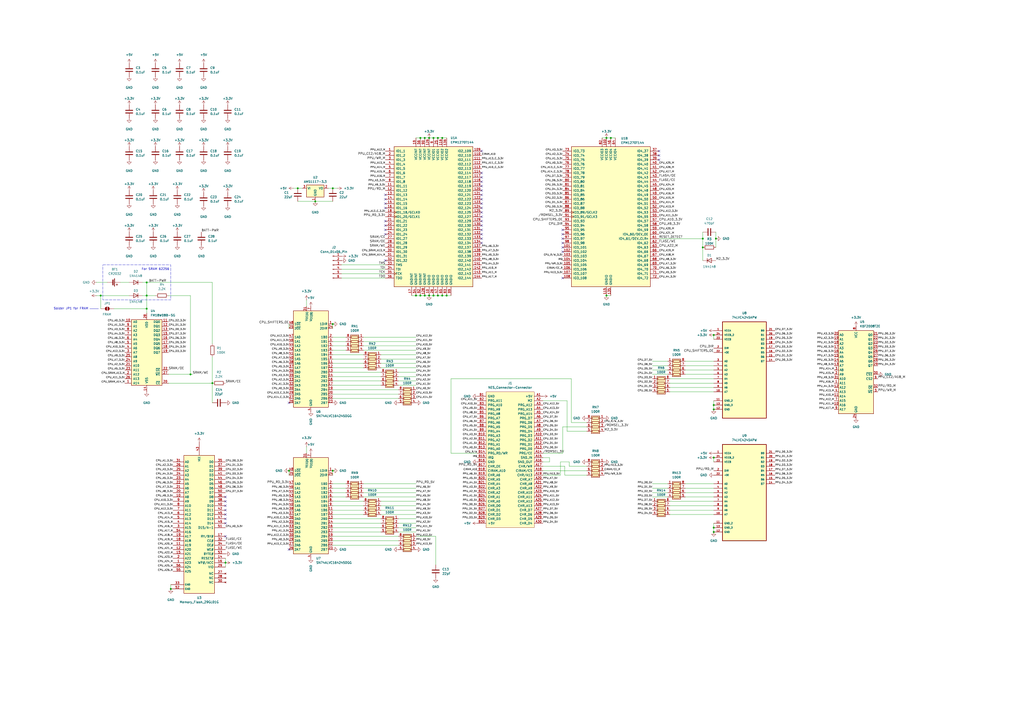
<source format=kicad_sch>
(kicad_sch (version 20231120) (generator "eeschema") (generator_version "8.0")
  (paper "A2")
  (title_block (date "2024-09-14") (company "JRBVZ"))
  (junction (at 414.02 237.49))
  (junction (at 414.02 306.07))
  (junction (at 85.09 179.07))
  (junction (at 414.02 234.95))
  (junction (at 99.06 341.63))
  (junction (at 256.54 171.45))
  (junction (at 172.72 109.22))
  (junction (at 256.54 80.01))
  (junction (at 414.02 194.31))
  (junction (at 414.02 265.43))
  (junction (at 58.42 171.45))
  (junction (at 351.79 80.01))
  (junction (at 193.04 187.96))
  (junction (at 259.08 171.45))
  (junction (at 110.49 217.17))
  (junction (at 246.38 171.45))
  (junction (at 407.67 143.51))
  (junction (at 182.88 116.84))
  (junction (at 85.09 163.83))
  (junction (at 407.67 138.43))
  (junction (at 254 171.45))
  (junction (at 251.46 80.01))
  (junction (at 248.92 171.45))
  (junction (at 123.19 222.25))
  (junction (at 354.33 80.01))
  (junction (at 243.84 80.01))
  (junction (at 243.84 171.45))
  (junction (at 351.79 171.45))
  (junction (at 415.29 138.43))
  (junction (at 246.38 80.01))
  (junction (at 193.04 273.05))
  (junction (at 241.3 171.45))
  (junction (at 167.64 273.05))
  (junction (at 414.02 308.61))
  (junction (at 193.04 109.22))
  (junction (at 254 80.01))
  (junction (at 85.09 171.45))
  (junction (at 248.92 80.01))
  (junction (at 251.46 171.45))
  (junction (at 130.81 326.39))
  (no_connect (at 279.4 130.81))
  (no_connect (at 326.39 143.51))
  (no_connect (at 279.4 115.57))
  (no_connect (at 326.39 146.05))
  (no_connect (at 279.4 100.33))
  (no_connect (at 279.4 107.95))
  (no_connect (at 223.52 151.13))
  (no_connect (at 279.4 138.43))
  (no_connect (at 279.4 133.35))
  (no_connect (at 130.81 293.37))
  (no_connect (at 130.81 300.99))
  (no_connect (at 167.64 233.68))
  (no_connect (at 130.81 290.83))
  (no_connect (at 326.39 135.89))
  (no_connect (at 223.52 115.57))
  (no_connect (at 382.27 87.63))
  (no_connect (at 279.4 105.41))
  (no_connect (at 326.39 133.35))
  (no_connect (at 223.52 133.35))
  (no_connect (at 279.4 87.63))
  (no_connect (at 326.39 140.97))
  (no_connect (at 326.39 138.43))
  (no_connect (at 130.81 298.45))
  (no_connect (at 223.52 135.89))
  (no_connect (at 167.64 318.77))
  (no_connect (at 279.4 123.19))
  (no_connect (at 223.52 130.81))
  (no_connect (at 382.27 92.71))
  (no_connect (at 326.39 161.29))
  (no_connect (at 223.52 113.03))
  (no_connect (at 223.52 128.27))
  (no_connect (at 279.4 135.89))
  (no_connect (at 130.81 295.91))
  (no_connect (at 223.52 120.65))
  (no_connect (at 130.81 288.29))
  (no_connect (at 279.4 110.49))
  (no_connect (at 279.4 140.97))
  (no_connect (at 382.27 90.17))
  (no_connect (at 130.81 303.53))
  (no_connect (at 279.4 118.11))
  (no_connect (at 279.4 113.03))
  (no_connect (at 279.4 128.27))
  (no_connect (at 223.52 118.11))
  (no_connect (at 130.81 311.15))
  (no_connect (at 279.4 125.73))
  (no_connect (at 279.4 120.65))
  (no_connect (at 279.4 102.87))
  (wire (pts (xy 326.39 247.65) (xy 340.36 247.65)))
  (wire (pts (xy 193.04 203.2) (xy 200.66 203.2)))
  (wire (pts (xy 388.62 290.83) (xy 414.02 290.83)))
  (wire (pts (xy 210.82 213.36) (xy 193.04 213.36)))
  (wire (pts (xy 210.82 210.82) (xy 193.04 210.82)))
  (wire (pts (xy 314.96 270.51) (xy 327.66 270.51)))
  (wire (pts (xy 415.29 138.43) (xy 415.29 143.51)))
  (wire (pts (xy 220.98 205.74) (xy 241.3 205.74)))
  (wire (pts (xy 378.46 288.29) (xy 387.35 288.29)))
  (wire (pts (xy 97.79 171.45) (xy 110.49 171.45)))
  (wire (pts (xy 256.54 171.45) (xy 259.08 171.45)))
  (wire (pts (xy 318.77 265.43) (xy 318.77 267.97)))
  (wire (pts (xy 177.8 173.99) (xy 177.8 177.8)))
  (wire (pts (xy 388.62 293.37) (xy 414.02 293.37)))
  (wire (pts (xy 210.82 298.45) (xy 193.04 298.45)))
  (wire (pts (xy 414.02 306.07) (xy 414.02 308.61)))
  (wire (pts (xy 182.88 116.84) (xy 193.04 116.84)))
  (wire (pts (xy 414.02 234.95) (xy 414.02 237.49)))
  (wire (pts (xy 254 171.45) (xy 256.54 171.45)))
  (wire (pts (xy 231.14 303.53) (xy 241.3 303.53)))
  (wire (pts (xy 172.72 109.22) (xy 175.26 109.22)))
  (wire (pts (xy 172.72 116.84) (xy 182.88 116.84)))
  (wire (pts (xy 220.98 295.91) (xy 241.3 295.91)))
  (wire (pts (xy 193.04 228.6) (xy 231.14 228.6)))
  (wire (pts (xy 210.82 203.2) (xy 241.3 203.2)))
  (wire (pts (xy 193.04 200.66) (xy 200.66 200.66)))
  (wire (pts (xy 397.51 280.67) (xy 414.02 280.67)))
  (wire (pts (xy 415.29 134.62) (xy 415.29 138.43)))
  (wire (pts (xy 325.12 275.59) (xy 325.12 267.97)))
  (wire (pts (xy 193.04 109.22) (xy 190.5 109.22)))
  (wire (pts (xy 331.47 219.71) (xy 331.47 245.11)))
  (wire (pts (xy 195.58 109.22) (xy 193.04 109.22)))
  (wire (pts (xy 354.33 80.01) (xy 356.87 80.01)))
  (wire (pts (xy 220.98 223.52) (xy 193.04 223.52)))
  (wire (pts (xy 210.82 280.67) (xy 241.3 280.67)))
  (wire (pts (xy 248.92 80.01) (xy 251.46 80.01)))
  (wire (pts (xy 254 80.01) (xy 256.54 80.01)))
  (wire (pts (xy 231.14 220.98) (xy 241.3 220.98)))
  (wire (pts (xy 246.38 171.45) (xy 248.92 171.45)))
  (wire (pts (xy 378.46 283.21) (xy 387.35 283.21)))
  (wire (pts (xy 251.46 80.01) (xy 254 80.01)))
  (wire (pts (xy 97.79 217.17) (xy 110.49 217.17)))
  (wire (pts (xy 220.98 308.61) (xy 193.04 308.61)))
  (wire (pts (xy 261.62 219.71) (xy 331.47 219.71)))
  (wire (pts (xy 111.76 217.17) (xy 110.49 217.17)))
  (wire (pts (xy 193.04 226.06) (xy 231.14 226.06)))
  (wire (pts (xy 407.67 143.51) (xy 407.67 151.13)))
  (wire (pts (xy 231.14 215.9) (xy 241.3 215.9)))
  (wire (pts (xy 238.76 171.45) (xy 241.3 171.45)))
  (wire (pts (xy 231.14 223.52) (xy 241.3 223.52)))
  (wire (pts (xy 193.04 273.05) (xy 193.04 275.59)))
  (wire (pts (xy 69.85 163.83) (xy 74.93 163.83)))
  (wire (pts (xy 198.12 158.75) (xy 223.52 158.75)))
  (wire (pts (xy 220.98 220.98) (xy 193.04 220.98)))
  (wire (pts (xy 397.51 285.75) (xy 414.02 285.75)))
  (wire (pts (xy 388.62 295.91) (xy 414.02 295.91)))
  (wire (pts (xy 177.8 259.08) (xy 177.8 262.89)))
  (wire (pts (xy 220.98 298.45) (xy 241.3 298.45)))
  (wire (pts (xy 97.79 222.25) (xy 123.19 222.25)))
  (wire (pts (xy 378.46 212.09) (xy 387.35 212.09)))
  (wire (pts (xy 110.49 171.45) (xy 110.49 217.17)))
  (wire (pts (xy 248.92 171.45) (xy 251.46 171.45)))
  (wire (pts (xy 193.04 311.15) (xy 231.14 311.15)))
  (wire (pts (xy 382.27 138.43) (xy 407.67 138.43)))
  (wire (pts (xy 210.82 293.37) (xy 193.04 293.37)))
  (wire (pts (xy 193.04 195.58) (xy 200.66 195.58)))
  (wire (pts (xy 349.25 80.01) (xy 351.79 80.01)))
  (wire (pts (xy 58.42 171.45) (xy 74.93 171.45)))
  (wire (pts (xy 85.09 181.61) (xy 85.09 179.07)))
  (wire (pts (xy 198.12 161.29) (xy 223.52 161.29)))
  (wire (pts (xy 378.46 217.17) (xy 387.35 217.17)))
  (wire (pts (xy 378.46 280.67) (xy 387.35 280.67)))
  (wire (pts (xy 251.46 171.45) (xy 254 171.45)))
  (wire (pts (xy 220.98 306.07) (xy 193.04 306.07)))
  (wire (pts (xy 397.51 217.17) (xy 414.02 217.17)))
  (wire (pts (xy 414.02 194.31) (xy 414.02 196.85)))
  (wire (pts (xy 326.39 262.89) (xy 326.39 247.65)))
  (wire (pts (xy 85.09 171.45) (xy 85.09 163.83)))
  (wire (pts (xy 407.67 134.62) (xy 407.67 138.43)))
  (wire (pts (xy 193.04 187.96) (xy 193.04 190.5)))
  (wire (pts (xy 82.55 171.45) (xy 85.09 171.45)))
  (wire (pts (xy 276.86 262.89) (xy 261.62 262.89)))
  (wire (pts (xy 167.64 187.96) (xy 167.64 190.5)))
  (wire (pts (xy 252.73 311.15) (xy 252.73 327.66)))
  (wire (pts (xy 210.82 290.83) (xy 193.04 290.83)))
  (wire (pts (xy 167.64 273.05) (xy 167.64 275.59)))
  (wire (pts (xy 328.93 232.41) (xy 328.93 250.19)))
  (wire (pts (xy 325.12 267.97) (xy 330.2 267.97)))
  (wire (pts (xy 388.62 224.79) (xy 414.02 224.79)))
  (wire (pts (xy 210.82 198.12) (xy 241.3 198.12)))
  (wire (pts (xy 58.42 171.45) (xy 58.42 179.07)))
  (wire (pts (xy 210.82 205.74) (xy 193.04 205.74)))
  (wire (pts (xy 220.98 208.28) (xy 241.3 208.28)))
  (wire (pts (xy 397.51 212.09) (xy 414.02 212.09)))
  (wire (pts (xy 243.84 80.01) (xy 246.38 80.01)))
  (wire (pts (xy 388.62 219.71) (xy 414.02 219.71)))
  (wire (pts (xy 85.09 171.45) (xy 90.17 171.45)))
  (wire (pts (xy 210.82 285.75) (xy 241.3 285.75)))
  (wire (pts (xy 378.46 209.55) (xy 387.35 209.55)))
  (wire (pts (xy 85.09 163.83) (xy 123.19 163.83)))
  (wire (pts (xy 200.66 283.21) (xy 193.04 283.21)))
  (wire (pts (xy 193.04 313.69) (xy 231.14 313.69)))
  (wire (pts (xy 220.98 303.53) (xy 193.04 303.53)))
  (wire (pts (xy 397.51 283.21) (xy 414.02 283.21)))
  (wire (pts (xy 85.09 163.83) (xy 82.55 163.83)))
  (wire (pts (xy 193.04 231.14) (xy 231.14 231.14)))
  (wire (pts (xy 231.14 306.07) (xy 241.3 306.07)))
  (wire (pts (xy 388.62 298.45) (xy 414.02 298.45)))
  (wire (pts (xy 231.14 308.61) (xy 241.3 308.61)))
  (wire (pts (xy 330.2 270.51) (xy 340.36 270.51)))
  (wire (pts (xy 210.82 288.29) (xy 241.3 288.29)))
  (wire (pts (xy 241.3 311.15) (xy 252.73 311.15)))
  (wire (pts (xy 231.14 218.44) (xy 241.3 218.44)))
  (wire (pts (xy 256.54 80.01) (xy 259.08 80.01)))
  (wire (pts (xy 246.38 80.01) (xy 248.92 80.01)))
  (wire (pts (xy 407.67 138.43) (xy 407.67 143.51)))
  (wire (pts (xy 170.18 109.22) (xy 172.72 109.22)))
  (wire (pts (xy 314.96 267.97) (xy 318.77 267.97)))
  (wire (pts (xy 414.02 232.41) (xy 414.02 234.95)))
  (wire (pts (xy 210.82 200.66) (xy 241.3 200.66)))
  (wire (pts (xy 220.98 215.9) (xy 193.04 215.9)))
  (wire (pts (xy 193.04 198.12) (xy 200.66 198.12)))
  (wire (pts (xy 123.19 222.25) (xy 123.19 233.68)))
  (wire (pts (xy 62.23 163.83) (xy 55.88 163.83)))
  (wire (pts (xy 241.3 171.45) (xy 243.84 171.45)))
  (wire (pts (xy 210.82 283.21) (xy 241.3 283.21)))
  (wire (pts (xy 388.62 222.25) (xy 414.02 222.25)))
  (wire (pts (xy 198.12 156.21) (xy 223.52 156.21)))
  (wire (pts (xy 314.96 273.05) (xy 340.36 273.05)))
  (wire (pts (xy 241.3 80.01) (xy 243.84 80.01)))
  (wire (pts (xy 85.09 171.45) (xy 85.09 179.07)))
  (wire (pts (xy 193.04 316.23) (xy 231.14 316.23)))
  (wire (pts (xy 378.46 285.75) (xy 387.35 285.75)))
  (wire (pts (xy 231.14 300.99) (xy 241.3 300.99)))
  (wire (pts (xy 327.66 275.59) (xy 340.36 275.59)))
  (wire (pts (xy 220.98 300.99) (xy 193.04 300.99)))
  (wire (pts (xy 210.82 208.28) (xy 193.04 208.28)))
  (wire (pts (xy 331.47 245.11) (xy 340.36 245.11)))
  (wire (pts (xy 198.12 153.67) (xy 223.52 153.67)))
  (wire (pts (xy 220.98 218.44) (xy 193.04 218.44)))
  (wire (pts (xy 55.88 171.45) (xy 58.42 171.45)))
  (wire (pts (xy 130.81 326.39) (xy 130.81 328.93)))
  (wire (pts (xy 397.51 288.29) (xy 414.02 288.29)))
  (wire (pts (xy 414.02 303.53) (xy 414.02 306.07)))
  (wire (pts (xy 314.96 275.59) (xy 325.12 275.59)))
  (wire (pts (xy 378.46 214.63) (xy 387.35 214.63)))
  (wire (pts (xy 200.66 288.29) (xy 193.04 288.29)))
  (wire (pts (xy 220.98 293.37) (xy 241.3 293.37)))
  (wire (pts (xy 243.84 171.45) (xy 246.38 171.45)))
  (wire (pts (xy 220.98 213.36) (xy 241.3 213.36)))
  (wire (pts (xy 330.2 267.97) (xy 330.2 270.51)))
  (polyline (pts (xy 52.07 179.07) (xy 57.15 179.07)))
  (wire (pts (xy 200.66 285.75) (xy 193.04 285.75)))
  (wire (pts (xy 328.93 250.19) (xy 340.36 250.19)))
  (wire (pts (xy 351.79 80.01) (xy 354.33 80.01)))
  (wire (pts (xy 397.51 209.55) (xy 414.02 209.55)))
  (wire (pts (xy 259.08 171.45) (xy 261.62 171.45)))
  (wire (pts (xy 314.96 232.41) (xy 328.93 232.41)))
  (wire (pts (xy 327.66 270.51) (xy 327.66 275.59)))
  (wire (pts (xy 397.51 214.63) (xy 414.02 214.63)))
  (wire (pts (xy 220.98 210.82) (xy 241.3 210.82)))
  (wire (pts (xy 123.19 207.01) (xy 123.19 222.25)))
  (wire (pts (xy 261.62 262.89) (xy 261.62 219.71)))
  (wire (pts (xy 388.62 227.33) (xy 414.02 227.33)))
  (wire (pts (xy 414.02 265.43) (xy 414.02 267.97)))
  (wire (pts (xy 210.82 195.58) (xy 241.3 195.58)))
  (wire (pts (xy 314.96 265.43) (xy 318.77 265.43)))
  (wire (pts (xy 123.19 199.39) (xy 123.19 163.83)))
  (wire (pts (xy 130.81 323.85) (xy 130.81 326.39)))
  (wire (pts (xy 200.66 280.67) (xy 193.04 280.67)))
  (wire (pts (xy 220.98 290.83) (xy 241.3 290.83)))
  (wire (pts (xy 210.82 295.91) (xy 193.04 295.91)))
  (wire (pts (xy 351.79 171.45) (xy 354.33 171.45)))
  (wire (pts (xy 66.04 179.07) (xy 85.09 179.07)))
  (wire (pts (xy 99.06 339.09) (xy 99.06 341.63)))
  (wire (pts (xy 314.96 262.89) (xy 326.39 262.89)))
  (rectangle (start 59.69 153.67) (end 99.06 173.99) (stroke (width 0) (type dash)))
  (text "Solder JP1 for FRAM" (at 41.148 179.07 0) (effects (font (size 1.27 1.27))))
  (text "For SRAM 62256" (at 90.17 156.21 0) (effects (font (size 1.27 1.27))))
  (label "CPU_A18_M" (at 382.27 148.59 0) (effects (font (size 1.016 1.016))))
  (label "CPU_D7_3.3V" (at 326.39 102.87 180) (effects (font (size 1.016 1.016))))
  (label "PPU_D3_3.3V" (at 509.27 201.93 0) (effects (font (size 1.016 1.016))))
  (label "PPU_D7_5V" (at 378.46 290.83 180) (effects (font (size 1.016 1.016))))
  (label "CPU_A0_3.3V" (at 167.64 226.06 180) (effects (font (size 1.016 1.016))))
  (label "CPU_D2_5V" (at 314.96 255.27 0) (effects (font (size 1.016 1.016))))
  (label "PPU_A13_M" (at 483.87 227.33 180) (effects (font (size 1.016 1.016))))
  (label "PPU_D6_5V" (at 314.96 298.45 0) (effects (font (size 1.016 1.016))))
  (label "PPU{slash}A13_5V" (at 314.96 275.59 0) (effects (font (size 1.016 1.016))))
  (label "CPU_A6_5V" (at 276.86 245.11 180) (effects (font (size 1.016 1.016))))
  (label "CPU_A21_M" (at 382.27 135.89 0) (effects (font (size 1.016 1.016))))
  (label "PPU_A4_3.3V" (at 279.4 153.67 0) (effects (font (size 1.016 1.016))))
  (label "PPU_A13_M" (at 223.52 95.25 180) (effects (font (size 1.016 1.016))))
  (label "CPU_D0_3.3V" (at 97.79 191.77 0) (effects (font (size 1.016 1.016))))
  (label "CPU_A13_5V" (at 241.3 228.6 0) (effects (font (size 1.016 1.016))))
  (label "PPU_D7_3.3V" (at 509.27 204.47 0) (effects (font (size 1.016 1.016))))
  (label "CPU_A10_3.3V" (at 382.27 128.27 0))
  (label "CPU_D4_5V" (at 378.46 217.17 180) (effects (font (size 1.016 1.016))))
  (label "TMS" (at 223.52 153.67 180))
  (label "PPU_D0_5V" (at 378.46 280.67 180) (effects (font (size 1.016 1.016))))
  (label "PPU_A5_5V" (at 241.3 288.29 0) (effects (font (size 1.016 1.016))))
  (label "CPU_A22_M" (at 382.27 143.51 0))
  (label "PPU_A0_5V" (at 241.3 313.69 0) (effects (font (size 1.016 1.016))))
  (label "CPU_A2_3.3V" (at 326.39 90.17 180) (effects (font (size 1.016 1.016))))
  (label "CPU_A14_5V" (at 314.96 240.03 0) (effects (font (size 1.016 1.016))))
  (label "CPU_D6_3.3V" (at 326.39 105.41 180) (effects (font (size 1.016 1.016))))
  (label "PPU_D0_5V" (at 276.86 293.37 180) (effects (font (size 1.016 1.016))))
  (label "CPU_A21_M" (at 100.33 318.77 180) (effects (font (size 1.016 1.016))))
  (label "PPU_D1_3.3V" (at 449.58 265.43 0) (effects (font (size 1.016 1.016))))
  (label "PPU_A1_3.3V" (at 483.87 199.39 180) (effects (font (size 1.016 1.016))))
  (label "PPU_A13_C_3.3V" (at 279.4 92.71 0) (effects (font (size 1.016 1.016))))
  (label "PPU_A12_C_3.3V" (at 223.52 123.19 180) (effects (font (size 0.987 0.987))))
  (label "CPU_D7_5V" (at 378.46 209.55 180) (effects (font (size 1.016 1.016))))
  (label "PPU{slash}RD_M" (at 509.27 224.79 0))
  (label "CPU_A11_5V" (at 276.86 232.41 180) (effects (font (size 1.016 1.016))))
  (label "CPU_D1_5V" (at 314.96 257.81 0) (effects (font (size 1.016 1.016))))
  (label "PPU_CE2{slash}A18_M" (at 509.27 219.71 0))
  (label "IRQ" (at 326.39 151.13 180) (effects (font (size 0.987 0.987))))
  (label "PPU_D7_3.3V" (at 449.58 273.05 0) (effects (font (size 1.016 1.016))))
  (label "PPU_D2_3.3V" (at 449.58 267.97 0) (effects (font (size 1.016 1.016))))
  (label "PPU_A2_5V" (at 241.3 303.53 0) (effects (font (size 1.016 1.016))))
  (label "CPU_D2_3.3V" (at 326.39 115.57 180) (effects (font (size 1.016 1.016))))
  (label "CPU_SHIFTERS_OE" (at 326.39 128.27 180))
  (label "CPU_D4_3.3V" (at 326.39 110.49 180) (effects (font (size 1.016 1.016))))
  (label "PPU_D1_3.3V" (at 509.27 196.85 0) (effects (font (size 1.016 1.016))))
  (label "CPU_A1_3.3V" (at 167.64 223.52 180) (effects (font (size 1.016 1.016))))
  (label "CPU_A22_M" (at 100.33 321.31 180) (effects (font (size 1.016 1.016))))
  (label "CPU_A12_5V" (at 241.3 195.58 0) (effects (font (size 1.016 1.016))))
  (label "PPU_D4_5V" (at 314.96 303.53 0) (effects (font (size 1.016 1.016))))
  (label "CPU_A14_C_3.3V" (at 167.64 231.14 180) (effects (font (size 1.016 1.016))))
  (label "CPU_D3_3.3V" (at 130.81 275.59 0) (effects (font (size 1.016 1.016))))
  (label "PPU{slash}RD_M" (at 414.02 273.05 180))
  (label "CPU_A2_3.3V" (at 72.39 212.09 180) (effects (font (size 1.016 1.016))))
  (label "PPU_D2_5V" (at 276.86 298.45 180) (effects (font (size 1.016 1.016))))
  (label "CPU_A2_3.3V" (at 167.64 220.98 180) (effects (font (size 1.016 1.016))))
  (label "CPU_A12_3.3V" (at 382.27 123.19 0) (effects (font (size 1.016 1.016))))
  (label "CPU_A8_3.3V" (at 72.39 199.39 180) (effects (font (size 1.016 1.016))))
  (label "PPU_A3_3.3V" (at 167.64 298.45 180) (effects (font (size 1.016 1.016))))
  (label "CPU_A16_M" (at 100.33 306.07 180) (effects (font (size 1.016 1.016))))
  (label "PPU_D0_3.3V" (at 509.27 194.31 0) (effects (font (size 1.016 1.016))))
  (label "CPU_D2_3.3V" (at 97.79 186.69 0) (effects (font (size 1.016 1.016))))
  (label "CPU_A14_5V" (at 241.3 231.14 0) (effects (font (size 1.016 1.016))))
  (label "CPU_A1_3.3V" (at 326.39 92.71 180) (effects (font (size 1.016 1.016))))
  (label "CPU_DIR" (at 414.02 201.93 180))
  (label "CPU_A3_5V" (at 241.3 218.44 0) (effects (font (size 1.016 1.016))))
  (label "SRAM{slash}CE" (at 223.52 138.43 180))
  (label "PPU_CE2{slash}A18_M" (at 223.52 90.17 180))
  (label "PPU_A3_3.3V" (at 483.87 194.31 180) (effects (font (size 1.016 1.016))))
  (label "CPU_A1_3.3V" (at 100.33 267.97 180) (effects (font (size 1.016 1.016))))
  (label "FLASE{slash}CE" (at 382.27 105.41 0))
  (label "CPU_SHIFTERS_OE" (at 414.02 204.47 180))
  (label "CPU_A7_3.3V" (at 382.27 153.67 0) (effects (font (size 1.016 1.016))))
  (label "PPU_A9_5V" (at 241.3 295.91 0) (effects (font (size 1.016 1.016))))
  (label "CPU_A11_3.3V" (at 382.27 125.73 0) (effects (font (size 1.016 1.016))))
  (label "CPU_D1_3.3V" (at 449.58 207.01 0) (effects (font (size 1.016 1.016))))
  (label "PPU_A3_5V" (at 276.86 283.21 180) (effects (font (size 1.016 1.016))))
  (label "PPU_D2_3.3V" (at 509.27 199.39 0) (effects (font (size 1.016 1.016))))
  (label "CPU_A2_5V" (at 276.86 255.27 180) (effects (font (size 1.016 1.016))))
  (label "PPU_A9_5V" (at 314.96 283.21 0) (effects (font (size 1.016 1.016))))
  (label "PPU_A11_C_3.3V" (at 167.64 306.07 180) (effects (font (size 1.016 1.016))))
  (label "PPU_A2_5V" (at 276.86 285.75 180) (effects (font (size 1.016 1.016))))
  (label "CPU_D0_3.3V" (at 449.58 209.55 0) (effects (font (size 1.016 1.016))))
  (label "CPU_R{slash}W_3.3V" (at 326.39 148.59 180) (effects (font (size 0.987 0.987))))
  (label "PPU_A2_3.3V" (at 483.87 196.85 180) (effects (font (size 1.016 1.016))))
  (label "PPU_A5_3.3V" (at 279.4 148.59 0) (effects (font (size 1.016 1.016))))
  (label "PPU_A17_M" (at 279.4 161.29 0) (effects (font (size 1.016 1.016))))
  (label "CPU_A3_3.3V" (at 326.39 87.63 180) (effects (font (size 1.016 1.016))))
  (label "CPU_SRAM_A14_M" (at 223.52 148.59 180) (effects (font (size 1.016 1.016))))
  (label "CPU_A9_5V" (at 276.86 237.49 180) (effects (font (size 1.016 1.016))))
  (label "CPU_D4_3.3V" (at 97.79 201.93 0) (effects (font (size 1.016 1.016))))
  (label "PPU_A12_5V" (at 241.3 311.15 0) (effects (font (size 1.016 1.016))))
  (label "PPU_A5_3.3V" (at 483.87 209.55 180) (effects (font (size 1.016 1.016))))
  (label "PPU_D1_5V" (at 276.86 295.91 180) (effects (font (size 1.016 1.016))))
  (label "CPU_A12_3.3V" (at 72.39 204.47 180) (effects (font (size 1.016 1.016))))
  (label "PPU_A12_C_3.3V" (at 167.64 311.15 180) (effects (font (size 1.016 1.016))))
  (label "CPU_A5_5V" (at 276.86 247.65 180) (effects (font (size 1.016 1.016))))
  (label "PPU_A11_M" (at 279.4 158.75 0) (effects (font (size 1.016 1.016))))
  (label "CPU_D0_5V" (at 314.96 260.35 0) (effects (font (size 1.016 1.016))))
  (label "PPU_D5_3.3V" (at 509.27 209.55 0) (effects (font (size 1.016 1.016))))
  (label "CPU_D1_5V" (at 378.46 224.79 180) (effects (font (size 1.016 1.016))))
  (label "CPU_D4_3.3V" (at 449.58 199.39 0) (effects (font (size 1.016 1.016))))
  (label "PPU_A7_3.3V" (at 483.87 207.01 180) (effects (font (size 1.016 1.016))))
  (label "PPU_A0_5V" (at 276.86 290.83 180) (effects (font (size 1.016 1.016))))
  (label "CPU_A20_M" (at 100.33 316.23 180) (effects (font (size 1.016 1.016))))
  (label "PPU_A3_5V" (at 241.3 298.45 0) (effects (font (size 1.016 1.016))))
  (label "SRAM{slash}WE" (at 223.52 143.51 180))
  (label "PPU_A8_3.3V" (at 483.87 212.09 180) (effects (font (size 1.016 1.016))))
  (label "FLASE{slash}WE" (at 130.81 318.77 0))
  (label "CPU_A20_M" (at 382.27 133.35 0) (effects (font (size 1.016 1.016))))
  (label "CPU_A4_5V" (at 241.3 215.9 0) (effects (font (size 1.016 1.016))))
  (label "CPU_A8_3.3V" (at 382.27 151.13 0) (effects (font (size 1.016 1.016))))
  (label "PPU_A10_5V" (at 241.3 300.99 0) (effects (font (size 1.016 1.016))))
  (label "PPU_A8_3.3V" (at 167.64 290.83 180) (effects (font (size 1.016 1.016))))
  (label "CPU_D2_5V" (at 378.46 222.25 180) (effects (font (size 1.016 1.016))))
  (label "BATT-PWR" (at 116.84 134.62 0))
  (label "CIRAM_A10" (at 276.86 273.05 180) (effects (font (size 0.987 0.987))))
  (label "CPU_D5_3.3V" (at 449.58 196.85 0) (effects (font (size 1.016 1.016))))
  (label "TDO" (at 223.52 161.29 180))
  (label "CPU_A0_3.3V" (at 326.39 95.25 180) (effects (font (size 1.016 1.016))))
  (label "CPU_A4_5V" (at 276.86 250.19 180) (effects (font (size 1.016 1.016))))
  (label "CPU_SRAM_A13_M" (at 72.39 217.17 180) (effects (font (size 1.016 1.016))))
  (label "CPU_D0_3.3V" (at 326.39 120.65 180) (effects (font (size 1.016 1.016))))
  (label "PPU_A12_M" (at 483.87 232.41 180) (effects (font (size 1.016 1.016))))
  (label "CPU_A17_M" (at 100.33 308.61 180) (effects (font (size 1.016 1.016))))
  (label "PPU_A0_3.3V" (at 483.87 201.93 180) (effects (font (size 1.016 1.016))))
  (label "CPU_A13_M" (at 382.27 120.65 0) (effects (font (size 1.016 1.016))))
  (label "PPU_A4_3.3V" (at 167.64 293.37 180) (effects (font (size 1.016 1.016))))
  (label "CPU_A10_3.3V" (at 72.39 201.93 180) (effects (font (size 1.016 1.016))))
  (label "RESET_DETECT" (at 382.27 138.43 0))
  (label "PPU_A7_3.3V" (at 167.64 285.75 180) (effects (font (size 1.016 1.016))))
  (label "CPU_D7_5V" (at 314.96 242.57 0) (effects (font (size 1.016 1.016))))
  (label "CPU_A3_3.3V" (at 167.64 218.44 180) (effects (font (size 1.016 1.016))))
  (label "PPU_A13_C_3.3V" (at 167.64 316.23 180) (effects (font (size 1.016 1.016))))
  (label "PPU_D7_5V" (at 314.96 295.91 0) (effects (font (size 1.016 1.016))))
  (label "CPU_A9_3.3V" (at 100.33 288.29 180) (effects (font (size 1.016 1.016))))
  (label "CPU_A14_M" (at 100.33 300.99 180) (effects (font (size 1.016 1.016))))
  (label "PPU{slash}WR_3.3V" (at 350.52 275.59 0) (effects (font (size 0.987 0.987))))
  (label "CPU_D2_3.3V" (at 130.81 273.05 0) (effects (font (size 1.016 1.016))))
  (label "PPU_A4_5V" (at 276.86 280.67 180) (effects (font (size 1.016 1.016))))
  (label "PPU_D4_3.3V" (at 509.27 212.09 0) (effects (font (size 1.016 1.016))))
  (label "CPU_SHIFTERS_OE" (at 167.64 187.96 180))
  (label "CPU_D5_3.3V" (at 97.79 199.39 0) (effects (font (size 1.016 1.016))))
  (label "CPU_A10_5V" (at 276.86 234.95 180) (effects (font (size 1.016 1.016))))
  (label "PPU_A15_M" (at 223.52 100.33 180) (effects (font (size 1.016 1.016))))
  (label "M2_3.3V" (at 350.52 250.19 0))
  (label "CPU_A1_5V" (at 241.3 223.52 0) (effects (font (size 1.016 1.016))))
  (label "CPU_A15_M" (at 382.27 115.57 0) (effects (font (size 1.016 1.016))))
  (label "CPU_A8_5V" (at 276.86 240.03 180) (effects (font (size 1.016 1.016))))
  (label "PPU_A1_5V" (at 241.3 308.61 0) (effects (font (size 1.016 1.016))))
  (label "CPU_A19_M" (at 100.33 313.69 180) (effects (font (size 1.016 1.016))))
  (label "CPU_A7_3.3V" (at 167.64 208.28 180) (effects (font (size 1.016 1.016))))
  (label "CPU_A26_M" (at 382.27 97.79 0) (effects (font (size 1.016 1.016))))
  (label "CPU_D7_3.3V" (at 449.58 191.77 0) (effects (font (size 1.016 1.016))))
  (label "CPU_D5_3.3V" (at 130.81 280.67 0) (effects (font (size 1.016 1.016))))
  (label "PPU_RD_5V" (at 276.86 270.51 180))
  (label "PPU_A9_3.3V" (at 483.87 219.71 180) (effects (font (size 1.016 1.016))))
  (label "PPU_A1_5V" (at 276.86 288.29 180) (effects (font (size 1.016 1.016))))
  (label "CPU_A3_5V" (at 276.86 252.73 180) (effects (font (size 1.016 1.016))))
  (label "PPU_D6_3.3V" (at 449.58 275.59 0) (effects (font (size 1.016 1.016))))
  (label "PPU_A12_M" (at 223.52 87.63 180) (effects (font (size 1.016 1.016))))
  (label "CPU_A12_3.3V" (at 167.64 195.58 180) (effects (font (size 1.016 1.016))))
  (label "{slash}ROMSEL_5V" (at 314.96 262.89 0))
  (label "CPU_A10_3.3V" (at 100.33 290.83 180) (effects (font (size 1.016 1.016))))
  (label "PPU_D5_3.3V" (at 449.58 278.13 0) (effects (font (size 1.016 1.016))))
  (label "PPU_A0_3.3V" (at 167.64 313.69 180) (effects (font (size 1.016 1.016))))
  (label "PPU_D6_5V" (at 378.46 293.37 180) (effects (font (size 1.016 1.016))))
  (label "CPU_A9_3.3V" (at 167.64 203.2 180) (effects (font (size 1.016 1.016))))
  (label "PPU_A16_M" (at 223.52 102.87 180) (effects (font (size 1.016 1.016))))
  (label "PPU_A5_5V" (at 276.86 278.13 180) (effects (font (size 1.016 1.016))))
  (label "CPU_D5_5V" (at 378.46 214.63 180) (effects (font (size 1.016 1.016))))
  (label "PPU_A10_M" (at 279.4 156.21 0) (effects (font (size 1.016 1.016))))
  (label "CPU_A9_3.3V" (at 72.39 207.01 180) (effects (font (size 1.016 1.016))))
  (label "CPU_SRAM_A13_M" (at 223.52 146.05 180) (effects (font (size 1.016 1.016))))
  (label "CPU_D6_5V" (at 314.96 245.11 0) (effects (font (size 1.016 1.016))))
  (label "CPU_D3_3.3V" (at 449.58 201.93 0) (effects (font (size 1.016 1.016))))
  (label "PPU_A3_3.3V" (at 223.52 105.41 180) (effects (font (size 1.016 1.016))))
  (label "PPU{slash}A13_3.3V" (at 326.39 158.75 180) (effects (font (size 0.987 0.987))))
  (label "PPU{slash}WR_3.3V" (at 326.39 153.67 180) (effects (font (size 0.987 0.987))))
  (label "CPU_A0_5V" (at 276.86 260.35 180) (effects (font (size 1.016 1.016))))
  (label "PPU_D5_5V" (at 314.96 300.99 0) (effects (font (size 1.016 1.016))))
  (label "PPU_A11_5V" (at 314.96 288.29 0) (effects (font (size 1.016 1.016))))
  (label "PPU_A10_C_3.3V" (at 167.64 300.99 180) (effects (font (size 1.016 1.016))))
  (label "CPU_A6_3.3V" (at 100.33 280.67 180) (effects (font (size 1.016 1.016))))
  (label "CPU_A11_3.3V" (at 100.33 293.37 180) (effects (font (size 1.016 1.016))))
  (label "PPU_D4_5V" (at 378.46 298.45 180) (effects (font (size 1.016 1.016))))
  (label "CPU_D0_3.3V" (at 130.81 267.97 0) (effects (font (size 1.016 1.016))))
  (label "PPU_RD_3.3V" (at 223.52 125.73 180))
  (label "FLASH{slash}OE" (at 130.81 316.23 0))
  (label "PPU_D3_5V" (at 378.46 288.29 180) (effects (font (size 1.016 1.016))))
  (label "PPU_D6_3.3V" (at 509.27 207.01 0) (effects (font (size 1.016 1.016))))
  (label "CPU_A17_M" (at 382.27 100.33 0) (effects (font (size 1.016 1.016))))
  (label "CIRAM{slash}CE_R" (at 326.39 156.21 180) (effects (font (size 0.987 0.987))))
  (label "CPU_D1_3.3V" (at 130.81 270.51 0) (effects (font (size 1.016 1.016))))
  (label "CPU_A18_M" (at 100.33 311.15 180) (effects (font (size 1.016 1.016))))
  (label "CPU_A24_M" (at 100.33 326.39 180) (effects (font (size 1.016 1.016))))
  (label "PPU_A6_5V" (at 276.86 275.59 180) (effects (font (size 1.016 1.016))))
  (label "SRAM{slash}CE" (at 130.81 222.25 0))
  (label "SRAM{slash}OE" (at 223.52 140.97 180))
  (label "CIRAM{slash}CE_R" (at 350.52 273.05 0) (effects (font (size 0.987 0.987))))
  (label "CIRAM_A10" (at 279.4 90.17 0) (effects (font (size 0.987 0.987))))
  (label "PPU_A16_M" (at 483.87 222.25 180) (effects (font (size 1.016 1.016))))
  (label "CPU_D3_5V" (at 378.46 219.71 180) (effects (font (size 1.016 1.016))))
  (label "PPU_D4_3.3V" (at 449.58 280.67 0) (effects (font (size 1.016 1.016))))
  (label "{slash}ROMSEL_3.3V" (at 350.52 247.65 0))
  (label "PPU_A12_5V" (at 314.96 290.83 0) (effects (font (size 1.016 1.016))))
  (label "CPU_A14_M" (at 382.27 118.11 0) (effects (font (size 1.016 1.016))))
  (label "PPU_A13_5V" (at 241.3 316.23 0) (effects (font (size 1.016 1.016))))
  (label "BATT-PWR" (at 86.36 163.83 0))
  (label "CPU_A0_3.3V" (at 130.81 306.07 0) (effects (font (size 1.016 1.016))))
  (label "PPU_A7_5V" (at 314.96 278.13 0) (effects (font (size 1.016 1.016))))
  (label "PPU_A7_3.3V" (at 279.4 146.05 0) (effects (font (size 1.016 1.016))))
  (label "PPU_A2_3.3V" (at 167.64 303.53 180) (effects (font (size 1.016 1.016))))
  (label "CPU_D1_3.3V" (at 326.39 118.11 180) (effects (font (size 1.016 1.016))))
  (label "PPU_A11_C_3.3V" (at 279.4 95.25 0) (effects (font (size 1.016 1.016))))
  (label "CPU_A7_5V" (at 276.86 242.57 180) (effects (font (size 1.016 1.016))))
  (label "PPU_A8_5V" (at 314.96 280.67 0) (effects (font (size 1.016 1.016))))
  (label "CPU_A1_5V" (at 276.86 257.81 180) (effects (font (size 1.016 1.016))))
  (label "CPU_D3_3.3V" (at 326.39 113.03 180) (effects (font (size 1.016 1.016))))
  (label "CPU_A10_5V" (at 241.3 200.66 0) (effects (font (size 1.016 1.016))))
  (label "CPU_A6_3.3V" (at 382.27 156.21 0) (effects (font (size 1.016 1.016))))
  (label "PPU{slash}RD_M" (at 223.52 110.49 180))
  (label "PPU_A15_M" (at 483.87 217.17 180) (effects (font (size 1.016 1.016))))
  (label "TDI" (at 223.52 156.21 180))
  (label "FLASE{slash}WE" (at 382.27 140.97 0))
  (label "CPU_A8_5V" (at 241.3 205.74 0) (effects (font (size 1.016 1.016))))
  (label "PPU_A8_3.3V" (at 279.4 151.13 0) (effects (font (size 1.016 1.016))))
  (label "CPU_D3_3.3V" (at 97.79 204.47 0) (effects (font (size 1.016 1.016))))
  (label "PPU_A5_3.3V" (at 167.64 288.29 180) (effects (font (size 1.016 1.016))))
  (label "CPU_A9_5V" (at 241.3 203.2 0) (effects (font (size 1.016 1.016))))
  (label "CPU_SRAM_A14_M" (at 72.39 222.25 180) (effects (font (size 1.016 1.016))))
  (label "CPU_A12_3.3V" (at 100.33 295.91 180) (effects (font (size 1.016 1.016))))
  (label "PPU_D1_5V" (at 378.46 283.21 180) (effects (font (size 1.016 1.016))))
  (label "CPU_A11_5V" (at 241.3 198.12 0) (effects (font (size 1.016 1.016))))
  (label "CPU_A26_M" (at 100.33 331.47 180) (effects (font (size 1.016 1.016))))
  (label "CPU_A23_M" (at 100.33 323.85 180) (effects (font (size 1.016 1.016))))
  (label "CPU_A11_3.3V" (at 167.64 198.12 180) (effects (font (size 1.016 1.016))))
  (label "IRQ" (at 276.86 265.43 180) (effects (font (size 0.987 0.987))))
  (label "CPU_A13_C_3.3V" (at 167.64 228.6 180) (effects (font (size 1.016 1.016))))
  (label "PPU_A6_3.3V" (at 483.87 204.47 180) (effects (font (size 1.016 1.016))))
  (label "PPU_A6_5V" (at 241.3 283.21 0) (effects (font (size 1.016 1.016))))
  (label "CPU_A13_5V" (at 314.96 237.49 0) (effects (font (size 1.016 1.016))))
  (label "PPU_A10_M" (at 483.87 229.87 180) (effects (font (size 1.016 1.016))))
  (label "CPU_A13_C_3.3V" (at 326.39 97.79 180) (effects (font (size 1.016 1.016))))
  (label "PPU_A7_5V" (at 241.3 285.75 0) (effects (font (size 1.016 1.016))))
  (label "PPU_A9_3.3V" (at 223.52 107.95 180) (effects (font (size 1.016 1.016))))
  (label "CPU_A3_3.3V" (at 100.33 273.05 180) (effects (font (size 1.016 1.016))))
  (label "CPU_A6_3.3V" (at 167.64 210.82 180) (effects (font (size 1.016 1.016))))
  (label "CPU_D1_3.3V" (at 97.79 189.23 0) (effects (font (size 1.016 1.016))))
  (label "PPU_A9_3.3V" (at 167.64 295.91 180) (effects (font (size 1.016 1.016))))
  (label "CPU_A14_C_3.3V" (at 326.39 100.33 180) (effects (font (size 1.016 1.016))))
  (label "PPU_A1_3.3V" (at 167.64 308.61 180) (effects (font (size 1.016 1.016))))
  (label "CPU_A5_3.3V" (at 100.33 278.13 180) (effects (font (size 1.016 1.016))))
  (label "CPU_A16_M" (at 382.27 113.03 0) (effects (font (size 1.016 1.016))))
  (label "PPU_A14_M" (at 483.87 214.63 180) (effects (font (size 1.016 1.016))))
  (label "CPU_D5_3.3V" (at 326.39 107.95 180) (effects (font (size 1.016 1.016))))
  (label "PPU_RD_5V" (at 241.3 280.67 0))
  (label "CPU_A8_3.3V" (at 167.64 205.74 180) (effects (font (size 1.016 1.016))))
  (label "CPU_D6_3.3V" (at 130.81 283.21 0) (effects (font (size 1.016 1.016))))
  (label "CPU_D2_3.3V" (at 449.58 204.47 0) (effects (font (size 1.016 1.016))))
  (label "CPU_A4_3.3V" (at 167.64 215.9 180) (effects (font (size 1.016 1.016))))
  (label "CPU_A5_3.3V" (at 72.39 214.63 180) (effects (font (size 1.016 1.016))))
  (label "CPU_A4_3.3V" (at 100.33 275.59 180) (effects (font (size 1.016 1.016))))
  (label "CPU_R{slash}W" (at 276.86 262.89 180) (effects (font (size 0.987 0.987))))
  (label "CPU_A0_3.3V" (at 72.39 186.69 180) (effects (font (size 1.016 1.016))))
  (label "CPU_A4_3.3V" (at 382.27 161.29 0) (effects (font (size 1.016 1.016))))
  (label "SRAM{slash}OE" (at 97.79 214.63 0))
  (label "CPU_A7_5V" (at 241.3 208.28 0) (effects (font (size 1.016 1.016))))
  (label "SRAM{slash}WE" (at 111.76 217.17 0))
  (label "PPU_A4_3.3V" (at 483.87 224.79 180) (effects (font (size 1.016 1.016))))
  (label "CPU_A25_M" (at 382.27 95.25 0) (effects (font (size 1.016 1.016))))
  (label "CPU_D5_5V" (at 314.96 247.65 0) (effects (font (size 1.016 1.016))))
  (label "CPU_A12_5V" (at 314.96 234.95 0) (effects (font (size 1.016 1.016))))
  (label "CPU_D7_3.3V" (at 130.81 285.75 0) (effects (font (size 1.016 1.016))))
  (label "CPU_A25_M" (at 100.33 328.93 180) (effects (font (size 1.016 1.016))))
  (label "CPU_D6_3.3V" (at 97.79 196.85 0) (effects (font (size 1.016 1.016))))
  (label "FLASE{slash}CE" (at 130.81 313.69 0))
  (label "PPU_A17_M" (at 483.87 237.49 180) (effects (font (size 1.016 1.016))))
  (label "CPU_A5_5V" (at 241.3 213.36 0) (effects (font (size 1.016 1.016))))
  (label "CPU_A13_M" (at 100.33 298.45 180) (effects (font (size 1.016 1.016))))
  (label "CPU_D6_3.3V" (at 449.58 194.31 0) (effects (font (size 1.016 1.016))))
  (label "PPU_D2_5V" (at 378.46 285.75 180) (effects (font (size 1.016 1.016))))
  (label "PPU_D3_5V" (at 276.86 300.99 180) (effects (font (size 1.016 1.016))))
  (label "PPU_A8_5V" (at 241.3 290.83 0) (effects (font (size 1.016 1.016))))
  (label "PPU{slash}WR_M" (at 223.52 92.71 180))
  (label "CPU_A15_M" (at 100.33 303.53 180) (effects (font (size 1.016 1.016))))
  (label "PPU_D0_3.3V" (at 449.58 262.89 0) (effects (font (size 1.016 1.016))))
  (label "CPU_D4_5V" (at 314.96 250.19 0) (effects (font (size 1.016 1.016))))
  (label "CPU_A4_3.3V" (at 72.39 194.31 180) (effects (font (size 1.016 1.016))))
  (label "PPU{slash}A13_3.3V" (at 350.52 270.51 0) (effects (font (size 0.987 0.987))))
  (label "PPU_A10_5V" (at 314.96 285.75 0) (effects (font (size 1.016 1.016))))
  (label "CPU_A6_5V" (at 241.3 210.82 0) (effects (font (size 1.016 1.016))))
  (label "PPU_RD_3.3V" (at 167.64 280.67 180))
  (label "CPU_A10_3.3V" (at 167.64 200.66 180) (effects (font (size 1.016 1.016))))
  (label "CPU_A1_3.3V" (at 72.39 189.23 180) (effects (font (size 1.016 1.016))))
  (label "PPU_A13_5V" (at 314.96 293.37 0) (effects (font (size 1.016 1.016))))
  (label "CPU_A7_3.3V" (at 100.33 283.21 180) (effects (font (size 1.016 1.016))))
  (label "PPU_A4_5V" (at 241.3 293.37 0) (effects (font (size 1.016 1.016))))
  (label "CPU_A19_M" (at 382.27 146.05 0) (effects (font (size 1.016 1.016))))
  (label "PPU_A6_3.3V" (at 167.64 283.21 180) (effects (font (size 1.016 1.016))))
  (label "CPU_A2_3.3V" (at 100.33 270.51 180) (effects (font (size 1.016 1.016))))
  (label "CPU_A9_3.3V" (at 382.27 130.81 0))
  (label "CPU_A3_3.3V" (at 72.39 191.77 180) (effects (font (size 1.016 1.016))))
  (label "TCK" (at 223.52 158.75 180))
  (label "PPU{slash}WR_M" (at 509.27 227.33 0))
  (label "CPU_A5_3.3V" (at 382.27 158.75 0) (effects (font (size 1.016 1.016))))
  (label "PPU_A11_5V" (at 241.3 306.07 0) (effects (font (size 1.016 1.016))))
  (label "CPU_A2_5V" (at 241.3 220.98 0) (effects (font (size 1.016 1.016))))
  (label "PPU_D3_3.3V" (at 449.58 270.51 0) (effects (font (size 1.016 1.016))))
  (label "PPU_A11_M" (at 483.87 234.95 180) (effects (font (size 1.016 1.016))))
  (label "CPU_R{slash}W_3.3V" (at 350.52 245.11 0) (effects (font (size 0.987 0.987))))
  (label "PPU_A6_3.3V" (at 279.4 143.51 0) (effects (font (size 1.016 1.016))))
  (label "{slash}ROMSEL_3.3V" (at 326.39 125.73 180))
  (label "PPU_A10_C_3.3V" (at 279.4 97.79 0) (effects (font (size 1.016 1.016))))
  (label "CPU_A6_3.3V" (at 72.39 196.85 180) (effects (font (size 1.016 1.016))))
  (label "PPU_D5_5V" (at 378.46 295.91 180) (effects (font (size 1.016 1.016))))
  (label "CPU_A7_3.3V" (at 72.39 209.55 180) (effects (font (size 1.016 1.016))))
  (label "CPU_A8_3.3V" (at 100.33 285.75 180) (effects (font (size 1.016 1.016))))
  (label "CPU_D7_3.3V" (at 97.79 194.31 0) (effects (font (size 1.016 1.016))))
  (label "CPU_A11_3.3V" (at 72.39 219.71 180) (effects (font (size 1.016 1.016))))
  (label "CPU_A23_M" (at 382.27 110.49 0) (effects (font (size 1.016 1.016))))
  (label "M2_3.3V" (at 326.39 123.19 180))
  (label "CPU_D0_5V" (at 378.46 227.33 180) (effects (font (size 1.016 1.016))))
  (label "CPU_A24_M" (at 382.27 107.95 0) (effects (font (size 1.016 1.016))))
  (label "CPU_DIR" (at 326.39 130.81 180))
  (label "CPU_A0_5V" (at 241.3 226.06 0) (effects (font (size 1.016 1.016))))
  (label "PPU_A14_M" (at 223.52 97.79 180) (effects (font (size 1.016 1.016))))
  (label "CPU_A5_3.3V" (at 167.64 213.36 180) (effects (font (size 1.016 1.016))))
  (label "CPU_D3_5V" (at 314.96 252.73 0) (effects (font (size 1.016 1.016))))
  (label "FLASH{slash}OE" (at 382.27 102.87 0))
  (label "CPU_D6_5V" (at 378.46 212.09 180) (effects (font (size 1.016 1.016))))
  (label "M2_3.3V" (at 415.29 151.13 0))
  (label "CPU_D4_3.3V" (at 130.81 278.13 0) (effects (font (size 1.016 1.016))))
  (symbol (lib_id "power:GND") (at 193.04 187.96 90) (unit 1)
    (property "Reference" "#PWR047" (effects (hide yes)))
    (property "Value" "GND" (at 196.85 187.9599 90) (effects (justify right)))
    (property "Description" "Power symbol creates a global label with name \"GND\" , ground" (effects (hide yes)))
  )
  (symbol (lib_id "power:GND") (at 85.09 227.33 0) (unit 1)
    (property "Reference" "#PWR039" (effects (hide yes)))
    (property "Value" "GND" (at 85.09 233.68 0))
    (property "Description" "Power symbol creates a global label with name \"GND\" , ground" (effects (hide yes)))
  )
  (symbol (lib_id "power:GND") (at 118.11 68.58 0) (unit 1)
    (property "Reference" "#PWR018" (effects (hide yes)))
    (property "Value" "GND" (at 118.11 74.93 0))
    (property "Description" "Power symbol creates a global label with name \"GND\" , ground" (effects (hide yes)))
  )
  (symbol (lib_id "Connector:Conn_01x06_Pin") (at 193.04 153.67 0) (unit 1) (in_bom no)
    (property "Reference" "J2" (at 193.675 143.51 0))
    (property "Value" "Conn_01x06_Pin" (at 193.675 146.05 0))
    (property "Footprint" "Connector_PinHeader_2.54mm:PinHeader_1x06_P2.54mm_Vertical" (effects (hide yes)))
    (property "Description" "Generic connector, single row, 01x06, script generated" (effects (hide yes)))
  )
  (symbol (lib_id "power:+5V") (at 414.02 262.89 90) (unit 1)
    (property "Reference" "#PWR072" (effects (hide yes)))
    (property "Value" "+5V" (at 410.21 262.8899 90) (effects (justify left)))
    (property "Description" "Power symbol creates a global label with name \"+5V\"" (effects (hide yes)))
  )
  (symbol (lib_id "power:GND") (at 132.08 92.71 0) (unit 1)
    (property "Reference" "#PWR032" (effects (hide yes)))
    (property "Value" "GND" (at 132.08 99.06 0))
    (property "Description" "Power symbol creates a global label with name \"GND\" , ground" (effects (hide yes)))
  )
  (symbol (lib_id "Dendy2:74LVC4245APW") (at 431.8 283.21 0) (unit 1)
    (property "Reference" "U9" (at 431.8 252.73 0))
    (property "Value" "74LVC4245APW" (at 431.8 255.27 0))
    (property "Footprint" "Package_SO:TSSOP-24_4.4x7.8mm_P0.65mm" (effects (hide yes)))
  )
  (symbol (lib_id "power:+3.3V") (at 177.8 259.08 0) (unit 1)
    (property "Reference" "#PWR052" (effects (hide yes)))
    (property "Value" "+3.3V" (at 177.8 254 0))
    (property "Description" "Power symbol creates a global label with name \"+3.3V\"" (effects (hide yes)))
  )
  (symbol (lib_id "power:GND") (at 182.88 116.84 0) (unit 1)
    (property "Reference" "#PWR08" (effects (hide yes)))
    (property "Value" "GND" (at 182.88 123.19 0))
    (property "Description" "Power symbol creates a global label with name \"GND\" , ground" (effects (hide yes)))
  )
  (symbol (lib_id "Device:R_Pack04") (at 383.54 224.79 270) (unit 1)
    (property "Reference" "RN6" (at 383.54 213.36 90))
    (property "Value" "100R" (at 383.54 215.9 90))
    (property "Footprint" "Resistor_SMD:R_Array_Convex_4x0603" (effects (hide yes)))
    (property "Description" "4 resistor network, parallel topology" (effects (hide yes)))
  )
  (symbol (lib_id "power:+5V") (at 104.14 36.83 0) (unit 1)
    (property "Reference" "#PWR095" (effects (hide yes)))
    (property "Value" "+5V" (at 104.14 31.75 0))
    (property "Description" "Power symbol creates a global label with name \"+5V\"" (effects (hide yes)))
  )
  (symbol (lib_id "power:+5V") (at 180.34 262.89 0) (unit 1)
    (property "Reference" "#PWR053" (effects (hide yes)))
    (property "Value" "+5V" (at 180.34 257.81 0))
    (property "Description" "Power symbol creates a global label with name \"+5V\"" (effects (hide yes)))
  )
  (symbol (lib_id "power:+3.3V") (at 132.08 60.96 0) (unit 1)
    (property "Reference" "#PWR019" (effects (hide yes)))
    (property "Value" "+3.3V" (at 132.08 57.15 0))
    (property "Description" "Power symbol creates a global label with name \"+3.3V\"" (effects (hide yes)))
  )
  (symbol (lib_id "Device:R_Pack04") (at 236.22 316.23 90) (mirror x) (unit 1)
    (property "Reference" "RN12" (at 236.22 304.8 90))
    (property "Value" "100R" (at 236.22 307.34 90))
    (property "Footprint" "Resistor_SMD:R_Array_Convex_4x0603" (effects (hide yes)))
    (property "Description" "4 resistor network, parallel topology" (effects (hide yes)))
  )
  (symbol (lib_id "power:GND") (at 276.86 267.97 270) (unit 1)
    (property "Reference" "#PWR062" (effects (hide yes)))
    (property "Value" "GND" (at 273.05 267.9699 90) (effects (justify right)))
    (property "Description" "Power symbol creates a global label with name \"GND\" , ground" (effects (hide yes)))
  )
  (symbol (lib_id "Device:C") (at 74.93 88.9 0) (unit 1)
    (property "Reference" "C15" (at 78.74 87.6299 0) (effects (justify left)))
    (property "Value" "0.1uF" (at 78.74 90.1699 0) (effects (justify left)))
    (property "Footprint" "Capacitor_SMD:C_0603_1608Metric_Pad1.08x0.95mm_HandSolder" (effects (hide yes)))
    (property "Description" "Unpolarized capacitor" (effects (hide yes)))
  )
  (symbol (lib_id "Device:C") (at 252.73 331.47 0) (unit 1)
    (property "Reference" "C13" (at 256.54 330.1999 0) (effects (justify left)))
    (property "Value" "22pF" (at 256.54 332.7399 0) (effects (justify left)))
    (property "Footprint" "Capacitor_SMD:C_0805_2012Metric" (effects (hide yes)))
    (property "Description" "Unpolarized capacitor" (effects (hide yes)))
  )
  (symbol (lib_id "Device:C") (at 74.93 138.43 0) (unit 1)
    (property "Reference" "C25" (at 78.74 137.1599 0) (effects (justify left)))
    (property "Value" "0.1uF" (at 78.74 139.6999 0) (effects (justify left)))
    (property "Footprint" "Capacitor_SMD:C_0603_1608Metric_Pad1.08x0.95mm_HandSolder" (effects (hide yes)))
    (property "Description" "Unpolarized capacitor" (effects (hide yes)))
  )
  (symbol (lib_id "power:GND") (at 74.93 44.45 0) (unit 1)
    (property "Reference" "#PWR092" (effects (hide yes)))
    (property "Value" "GND" (at 74.93 50.8 0))
    (property "Description" "Power symbol creates a global label with name \"GND\" , ground" (effects (hide yes)))
  )
  (symbol (lib_id "power:+3.3V") (at 414.02 265.43 90) (unit 1)
    (property "Reference" "#PWR073" (effects (hide yes)))
    (property "Value" "+3.3V" (at 410.21 265.4299 90) (effects (justify left)))
    (property "Description" "Power symbol creates a global label with name \"+3.3V\"" (effects (hide yes)))
  )
  (symbol (lib_id "power:GND") (at 102.87 118.11 0) (unit 1)
    (property "Reference" "#PWR022" (effects (hide yes)))
    (property "Value" "GND" (at 102.87 124.46 0))
    (property "Description" "Power symbol creates a global label with name \"GND\" , ground" (effects (hide yes)))
  )
  (symbol (lib_id "power:GND") (at 231.14 233.68 270) (unit 1)
    (property "Reference" "#PWR051" (effects (hide yes)))
    (property "Value" "GND" (at 227.33 233.6799 90) (effects (justify right)))
    (property "Description" "Power symbol creates a global label with name \"GND\" , ground" (effects (hide yes)))
  )
  (symbol (lib_id "power:+3.3V") (at 248.92 80.01 0) (unit 1)
    (property "Reference" "#PWR03" (effects (hide yes)))
    (property "Value" "+3.3V" (at 248.92 76.2 0))
    (property "Description" "Power symbol creates a global label with name \"+3.3V\"" (effects (hide yes)))
  )
  (symbol (lib_id "power:GND") (at 509.27 217.17 90) (unit 1)
    (property "Reference" "#PWR077" (effects (hide yes)))
    (property "Value" "GND" (at 513.08 217.1699 90) (effects (justify right)))
    (property "Description" "Power symbol creates a global label with name \"GND\" , ground" (effects (hide yes)))
  )
  (symbol (lib_id "power:+3.3V") (at 104.14 60.96 0) (unit 1)
    (property "Reference" "#PWR015" (effects (hide yes)))
    (property "Value" "+3.3V" (at 104.14 57.15 0))
    (property "Description" "Power symbol creates a global label with name \"+3.3V\"" (effects (hide yes)))
  )
  (symbol (lib_id "power:+3.3V") (at 88.9 134.62 0) (unit 1)
    (property "Reference" "#PWR085" (effects (hide yes)))
    (property "Value" "+3.3V" (at 88.9 130.81 0))
    (property "Description" "Power symbol creates a global label with name \"+3.3V\"" (effects (hide yes)))
  )
  (symbol (lib_id "power:GND") (at 99.06 341.63 0) (unit 1)
    (property "Reference" "#PWR041" (effects (hide yes)))
    (property "Value" "GND" (at 99.06 347.98 0))
    (property "Description" "Power symbol creates a global label with name \"GND\" , ground" (effects (hide yes)))
  )
  (symbol (lib_id "power:GND") (at 193.04 273.05 90) (unit 1)
    (property "Reference" "#PWR055" (effects (hide yes)))
    (property "Value" "GND" (at 196.85 273.0499 90) (effects (justify right)))
    (property "Description" "Power symbol creates a global label with name \"GND\" , ground" (effects (hide yes)))
  )
  (symbol (lib_id "power:GND") (at 340.36 267.97 270) (unit 1)
    (property "Reference" "#PWR067" (effects (hide yes)))
    (property "Value" "GND" (at 336.55 267.9699 90) (effects (justify right)))
    (property "Description" "Power symbol creates a global label with name \"GND\" , ground" (effects (hide yes)))
  )
  (symbol (lib_id "power:+3.3V") (at 102.87 110.49 0) (unit 1)
    (property "Reference" "#PWR021" (effects (hide yes)))
    (property "Value" "+3.3V" (at 102.87 106.68 0))
    (property "Description" "Power symbol creates a global label with name \"+3.3V\"" (effects (hide yes)))
  )
  (symbol (lib_id "Device:R") (at 123.19 203.2 180) (unit 1)
    (property "Reference" "R1" (at 125.73 201.9299 0) (effects (justify right)))
    (property "Value" "100K" (at 125.73 204.4699 0) (effects (justify right)))
    (property "Footprint" "Resistor_SMD:R_0805_2012Metric" (effects (hide yes)))
    (property "Description" "Resistor" (effects (hide yes)))
  )
  (symbol (lib_id "power:GND") (at 350.52 267.97 90) (unit 1)
    (property "Reference" "#PWR068" (effects (hide yes)))
    (property "Value" "GND" (at 354.33 267.9699 90) (effects (justify right)))
    (property "Description" "Power symbol creates a global label with name \"GND\" , ground" (effects (hide yes)))
  )
  (symbol (lib_id "Device:C") (at 74.93 64.77 0) (unit 1)
    (property "Reference" "C4" (at 78.74 63.4999 0) (effects (justify left)))
    (property "Value" "0.1uF" (at 78.74 66.0399 0) (effects (justify left)))
    (property "Footprint" "Capacitor_SMD:C_0603_1608Metric_Pad1.08x0.95mm_HandSolder" (effects (hide yes)))
    (property "Description" "Unpolarized capacitor" (effects (hide yes)))
  )
  (symbol (lib_id "Device:R_Pack04") (at 215.9 295.91 90) (mirror x) (unit 1)
    (property "Reference" "RN10" (at 215.9 284.48 90))
    (property "Value" "100R" (at 215.9 287.02 90))
    (property "Footprint" "Resistor_SMD:R_Array_Convex_4x0603" (effects (hide yes)))
    (property "Description" "4 resistor network, parallel topology" (effects (hide yes)))
  )
  (symbol (lib_id "Device:D") (at 78.74 163.83 180) (unit 1)
    (property "Reference" "D2" (at 78.74 157.48 0))
    (property "Value" "1N4148" (at 78.74 160.02 0))
    (property "Footprint" "Diode_SMD:D_SOD-123" (effects (hide yes)))
    (property "Description" "Diode" (effects (hide yes)))
    (property "Sim.Device" "D" (effects (hide yes)))
    (property "Sim.Pins" "1=K 2=A" (effects (hide yes)))
  )
  (symbol (lib_id "power:GND") (at 414.02 308.61 0) (unit 1)
    (property "Reference" "#PWR074" (effects (hide yes)))
    (property "Value" "GND" (at 414.02 313.69 0))
    (property "Description" "Power symbol creates a global label with name \"GND\" , ground" (effects (hide yes)))
  )
  (symbol (lib_id "power:+3.3V") (at 118.11 111.76 0) (unit 1)
    (property "Reference" "#PWR079" (effects (hide yes)))
    (property "Value" "+3.3V" (at 118.11 107.95 0))
    (property "Description" "Power symbol creates a global label with name \"+3.3V\"" (effects (hide yes)))
  )
  (symbol (lib_id "74xx:SN74ALVC164245DGG") (at 180.34 208.28 0) (mirror y) (unit 1)
    (property "Reference" "U6" (at 183.3565 238.76 0) (effects (justify right)))
    (property "Value" "SN74ALVC164245DGG" (at 183.3565 241.3 0) (effects (justify right)))
    (property "Footprint" "Package_SO:TSSOP-48_6.1x12.5mm_P0.5mm" (effects (hide yes)))
    (property "Datasheet" "https://www.ti.com/lit/ds/symlink/sn74alvc164245.pdf" (effects (hide yes)))
    (property "Description" "16-Bit 2.5V to 3.3V or 3.3V to 5V Level-Shifting Transceiver With 3-State Outputs, TSSOP-48" (effects (hide yes)))
  )
  (symbol (lib_id "Device:C") (at 118.11 40.64 0) (unit 1)
    (property "Reference" "C9" (at 121.92 39.3699 0) (effects (justify left)))
    (property "Value" "0.1uF" (at 121.92 41.9099 0) (effects (justify left)))
    (property "Footprint" "Capacitor_SMD:C_0603_1608Metric_Pad1.08x0.95mm_HandSolder" (effects (hide yes)))
    (property "Description" "Unpolarized capacitor" (effects (hide yes)))
  )
  (symbol (lib_id "Device:Battery_Cell") (at 64.77 163.83 270) (unit 1)
    (property "Reference" "BT1" (at 66.6115 156.21 90))
    (property "Value" "CR2032" (at 66.6115 158.75 90))
    (property "Footprint" "Battery:BatteryHolder_Keystone_1060_1x2032" (effects (hide yes)))
    (property "Description" "Single-cell battery" (effects (hide yes)))
  )
  (symbol (lib_id "power:GND") (at 90.17 44.45 0) (unit 1)
    (property "Reference" "#PWR094" (effects (hide yes)))
    (property "Value" "GND" (at 90.17 50.8 0))
    (property "Description" "Power symbol creates a global label with name \"GND\" , ground" (effects (hide yes)))
  )
  (symbol (lib_id "power:+3.3V") (at 132.08 111.76 0) (unit 1)
    (property "Reference" "#PWR081" (effects (hide yes)))
    (property "Value" "+3.3V" (at 132.08 107.95 0))
    (property "Description" "Power symbol creates a global label with name \"+3.3V\"" (effects (hide yes)))
  )
  (symbol (lib_id "power:GND") (at 104.14 44.45 0) (unit 1)
    (property "Reference" "#PWR096" (effects (hide yes)))
    (property "Value" "GND" (at 104.14 50.8 0))
    (property "Description" "Power symbol creates a global label with name \"GND\" , ground" (effects (hide yes)))
  )
  (symbol (lib_id "power:+3.3V") (at 74.93 134.62 0) (unit 1)
    (property "Reference" "#PWR083" (effects (hide yes)))
    (property "Value" "+3.3V" (at 74.93 130.81 0))
    (property "Description" "Power symbol creates a global label with name \"+3.3V\"" (effects (hide yes)))
  )
  (symbol (lib_id "power:GND") (at 55.88 163.83 270) (unit 1)
    (property "Reference" "#PWR065" (effects (hide yes)))
    (property "Value" "GND" (at 52.07 163.8299 90) (effects (justify right)))
    (property "Description" "Power symbol creates a global label with name \"GND\" , ground" (effects (hide yes)))
  )
  (symbol (lib_id "74xx:SN74ALVC164245DGG") (at 180.34 293.37 0) (mirror y) (unit 1)
    (property "Reference" "U7" (at 183.3565 323.85 0) (effects (justify right)))
    (property "Value" "SN74ALVC164245DGG" (at 183.3565 326.39 0) (effects (justify right)))
    (property "Footprint" "Package_SO:TSSOP-48_6.1x12.5mm_P0.5mm" (effects (hide yes)))
    (property "Datasheet" "https://www.ti.com/lit/ds/symlink/sn74alvc164245.pdf" (effects (hide yes)))
    (property "Description" "16-Bit 2.5V to 3.3V or 3.3V to 5V Level-Shifting Transceiver With 3-State Outputs, TSSOP-48" (effects (hide yes)))
  )
  (symbol (lib_id "power:GND") (at 193.04 233.68 90) (unit 1)
    (property "Reference" "#PWR046" (effects (hide yes)))
    (property "Value" "GND" (at 196.85 233.6799 90) (effects (justify right)))
    (property "Description" "Power symbol creates a global label with name \"GND\" , ground" (effects (hide yes)))
  )
  (symbol (lib_id "power:GND") (at 74.93 92.71 0) (unit 1)
    (property "Reference" "#PWR024" (effects (hide yes)))
    (property "Value" "GND" (at 74.93 99.06 0))
    (property "Description" "Power symbol creates a global label with name \"GND\" , ground" (effects (hide yes)))
  )
  (symbol (lib_id "Jumper:SolderJumper_2_Open") (at 62.23 179.07 0) (unit 1) (exclude_from_sim yes) (in_bom no)
    (property "Reference" "JP1" (at 62.23 176.022 0))
    (property "Value" "FRAM" (at 61.976 182.372 0))
    (property "Footprint" "Jumper:SolderJumper-2_P1.3mm_Open_RoundedPad1.0x1.5mm" (effects (hide yes)))
    (property "Description" "Solder Jumper, 2-pole, open" (effects (hide yes)))
  )
  (symbol (lib_id "Device:C") (at 90.17 88.9 0) (unit 1)
    (property "Reference" "C16" (at 93.98 87.6299 0) (effects (justify left)))
    (property "Value" "0.1uF" (at 93.98 90.1699 0) (effects (justify left)))
    (property "Footprint" "Capacitor_SMD:C_0603_1608Metric_Pad1.08x0.95mm_HandSolder" (effects (hide yes)))
    (property "Description" "Unpolarized capacitor" (effects (hide yes)))
  )
  (symbol (lib_id "Device:C") (at 127 233.68 90) (unit 1)
    (property "Reference" "C14" (at 127 226.06 90))
    (property "Value" "22pF" (at 127 228.6 90))
    (property "Footprint" "Capacitor_SMD:C_0805_2012Metric" (effects (hide yes)))
    (property "Description" "Unpolarized capacitor" (effects (hide yes)))
  )
  (symbol (lib_id "Device:R_Pack04") (at 226.06 306.07 90) (mirror x) (unit 1)
    (property "Reference" "RN11" (at 226.06 294.64 90))
    (property "Value" "100R" (at 226.06 297.18 90))
    (property "Footprint" "Resistor_SMD:R_Array_Convex_4x0603" (effects (hide yes)))
    (property "Description" "4 resistor network, parallel topology" (effects (hide yes)))
  )
  (symbol (lib_id "power:GND") (at 118.11 119.38 0) (unit 1)
    (property "Reference" "#PWR080" (effects (hide yes)))
    (property "Value" "GND" (at 118.11 125.73 0))
    (property "Description" "Power symbol creates a global label with name \"GND\" , ground" (effects (hide yes)))
  )
  (symbol (lib_id "power:GND") (at 132.08 68.58 0) (unit 1)
    (property "Reference" "#PWR020" (effects (hide yes)))
    (property "Value" "GND" (at 132.08 74.93 0))
    (property "Description" "Power symbol creates a global label with name \"GND\" , ground" (effects (hide yes)))
  )
  (symbol (lib_id "Device:R_Pack04") (at 383.54 295.91 270) (unit 1)
    (property "Reference" "RN14" (at 383.54 284.48 90))
    (property "Value" "100R" (at 383.54 287.02 90))
    (property "Footprint" "Resistor_SMD:R_Array_Convex_4x0603" (effects (hide yes)))
    (property "Description" "4 resistor network, parallel topology" (effects (hide yes)))
  )
  (symbol (lib_id "Device:C") (at 411.48 134.62 90) (unit 1)
    (property "Reference" "C12" (at 411.48 127 90))
    (property "Value" "470pF" (at 411.48 129.54 90))
    (property "Footprint" "Capacitor_SMD:C_0805_2012Metric" (effects (hide yes)))
    (property "Description" "Unpolarized capacitor" (effects (hide yes)))
  )
  (symbol (lib_id "power:GND") (at 88.9 118.11 0) (unit 1)
    (property "Reference" "#PWR036" (effects (hide yes)))
    (property "Value" "GND" (at 88.9 124.46 0))
    (property "Description" "Power symbol creates a global label with name \"GND\" , ground" (effects (hide yes)))
  )
  (symbol (lib_id "power:GND") (at 74.93 142.24 0) (unit 1)
    (property "Reference" "#PWR084" (effects (hide yes)))
    (property "Value" "GND" (at 74.93 148.59 0))
    (property "Description" "Power symbol creates a global label with name \"GND\" , ground" (effects (hide yes)))
  )
  (symbol (lib_id "power:+3.3V") (at 130.81 326.39 270) (unit 1)
    (property "Reference" "#PWR043" (effects (hide yes)))
    (property "Value" "+3.3V" (at 134.62 326.3899 90) (effects (justify left)))
    (property "Description" "Power symbol creates a global label with name \"+3.3V\"" (effects (hide yes)))
  )
  (symbol (lib_id "power:GND") (at 180.34 238.76 0) (unit 1)
    (property "Reference" "#PWR045" (effects (hide yes)))
    (property "Value" "GND" (at 180.3401 242.57 90) (effects (justify right)))
    (property "Description" "Power symbol creates a global label with name \"GND\" , ground" (effects (hide yes)))
  )
  (symbol (lib_id "power:+5V") (at 180.34 177.8 0) (unit 1)
    (property "Reference" "#PWR049" (effects (hide yes)))
    (property "Value" "+5V" (at 180.34 172.72 0))
    (property "Description" "Power symbol creates a global label with name \"+5V\"" (effects (hide yes)))
  )
  (symbol (lib_id "power:+5V") (at 90.17 36.83 0) (unit 1)
    (property "Reference" "#PWR093" (effects (hide yes)))
    (property "Value" "+5V" (at 90.17 31.75 0))
    (property "Description" "Power symbol creates a global label with name \"+5V\"" (effects (hide yes)))
  )
  (symbol (lib_id "Dendy2:Memory_Flash_29GL01G") (at 115.57 293.37 0) (unit 1)
    (property "Reference" "U3" (at 115.57 346.71 0))
    (property "Value" "Memory_Flash_29GL01G" (at 115.57 349.25 0))
    (property "Footprint" "Package_SO:TSOP-I-56_18.4x14mm_P0.5mm" (effects (hide yes)))
  )
  (symbol (lib_id "power:GND") (at 180.34 323.85 0) (unit 1)
    (property "Reference" "#PWR054" (effects (hide yes)))
    (property "Value" "GND" (at 180.3401 327.66 90) (effects (justify right)))
    (property "Description" "Power symbol creates a global label with name \"GND\" , ground" (effects (hide yes)))
  )
  (symbol (lib_id "power:GND") (at 414.02 237.49 0) (unit 1)
    (property "Reference" "#PWR071" (effects (hide yes)))
    (property "Value" "GND" (at 414.02 242.57 0))
    (property "Description" "Power symbol creates a global label with name \"GND\" , ground" (effects (hide yes)))
  )
  (symbol (lib_id "power:GND") (at 130.81 321.31 90) (unit 1)
    (property "Reference" "#PWR044" (effects (hide yes)))
    (property "Value" "GND" (at 134.62 321.3099 90) (effects (justify right)))
    (property "Description" "Power symbol creates a global label with name \"GND\" , ground" (effects (hide yes)))
  )
  (symbol (lib_id "power:GND") (at 252.73 335.28 0) (unit 1)
    (property "Reference" "#PWR060" (effects (hide yes)))
    (property "Value" "GND" (at 252.73 340.36 0))
    (property "Description" "Power symbol creates a global label with name \"GND\" , ground" (effects (hide yes)))
  )
  (symbol (lib_id "Device:C") (at 74.93 114.3 0) (unit 1)
    (property "Reference" "C20" (at 78.74 113.0299 0) (effects (justify left)))
    (property "Value" "0.1uF" (at 78.74 115.5699 0) (effects (justify left)))
    (property "Footprint" "Capacitor_SMD:C_0603_1608Metric_Pad1.08x0.95mm_HandSolder" (effects (hide yes)))
    (property "Description" "Unpolarized capacitor" (effects (hide yes)))
  )
  (symbol (lib_id "Device:C") (at 118.11 64.77 0) (unit 1)
    (property "Reference" "C10" (at 121.92 63.4999 0) (effects (justify left)))
    (property "Value" "0.1uF" (at 121.92 66.0399 0) (effects (justify left)))
    (property "Footprint" "Capacitor_SMD:C_0603_1608Metric_Pad1.08x0.95mm_HandSolder" (effects (hide yes)))
    (property "Description" "Unpolarized capacitor" (effects (hide yes)))
  )
  (symbol (lib_id "Device:C") (at 90.17 40.64 0) (unit 1)
    (property "Reference" "C5" (at 93.98 39.3699 0) (effects (justify left)))
    (property "Value" "0.1uF" (at 93.98 41.9099 0) (effects (justify left)))
    (property "Footprint" "Capacitor_SMD:C_0603_1608Metric_Pad1.08x0.95mm_HandSolder" (effects (hide yes)))
    (property "Description" "Unpolarized capacitor" (effects (hide yes)))
  )
  (symbol (lib_id "power:+5V") (at 118.11 36.83 0) (unit 1)
    (property "Reference" "#PWR097" (effects (hide yes)))
    (property "Value" "+5V" (at 118.11 31.75 0))
    (property "Description" "Power symbol creates a global label with name \"+5V\"" (effects (hide yes)))
  )
  (symbol (lib_id "Device:R_Pack04") (at 392.43 285.75 270) (unit 1)
    (property "Reference" "RN13" (at 392.43 274.32 90))
    (property "Value" "100R" (at 392.43 276.86 90))
    (property "Footprint" "Resistor_SMD:R_Array_Convex_4x0603" (effects (hide yes)))
    (property "Description" "4 resistor network, parallel topology" (effects (hide yes)))
  )
  (symbol (lib_id "power:+3.3V") (at 115.57 256.54 0) (unit 1)
    (property "Reference" "#PWR042" (effects (hide yes)))
    (property "Value" "+3.3V" (at 115.57 251.46 0))
    (property "Description" "Power symbol creates a global label with name \"+3.3V\"" (effects (hide yes)))
  )
  (symbol (lib_id "Regulator_Linear:AMS1117-3.3") (at 182.88 109.22 0) (unit 1)
    (property "Reference" "U2" (at 182.88 102.87 0))
    (property "Value" "AMS1117-3.3" (at 182.88 105.41 0))
    (property "Footprint" "Package_TO_SOT_SMD:SOT-223-3_TabPin2" (effects (hide yes)))
    (property "Datasheet" "http://www.advanced-monolithic.com/pdf/ds1117.pdf" (effects (hide yes)))
    (property "Description" "1A Low Dropout regulator, positive, 3.3V fixed output, SOT-223" (effects (hide yes)))
  )
  (symbol (lib_id "power:GND") (at 74.93 118.11 0) (unit 1)
    (property "Reference" "#PWR034" (effects (hide yes)))
    (property "Value" "GND" (at 74.93 124.46 0))
    (property "Description" "Power symbol creates a global label with name \"GND\" , ground" (effects (hide yes)))
  )
  (symbol (lib_id "power:+3.3V") (at 74.93 110.49 0) (unit 1)
    (property "Reference" "#PWR033" (effects (hide yes)))
    (property "Value" "+3.3V" (at 74.93 106.68 0))
    (property "Description" "Power symbol creates a global label with name \"+3.3V\"" (effects (hide yes)))
  )
  (symbol (lib_id "power:GND") (at 102.87 142.24 0) (unit 1)
    (property "Reference" "#PWR088" (effects (hide yes)))
    (property "Value" "GND" (at 102.87 148.59 0))
    (property "Description" "Power symbol creates a global label with name \"GND\" , ground" (effects (hide yes)))
  )
  (symbol (lib_id "power:GND") (at 90.17 68.58 0) (unit 1)
    (property "Reference" "#PWR014" (effects (hide yes)))
    (property "Value" "GND" (at 90.17 74.93 0))
    (property "Description" "Power symbol creates a global label with name \"GND\" , ground" (effects (hide yes)))
  )
  (symbol (lib_id "power:GND") (at 132.08 119.38 0) (unit 1)
    (property "Reference" "#PWR082" (effects (hide yes)))
    (property "Value" "GND" (at 132.08 125.73 0))
    (property "Description" "Power symbol creates a global label with name \"GND\" , ground" (effects (hide yes)))
  )
  (symbol (lib_id "power:+3.3V") (at 195.58 109.22 270) (unit 1)
    (property "Reference" "#PWR09" (effects (hide yes)))
    (property "Value" "+3.3V" (at 199.39 109.2199 90) (effects (justify left)))
    (property "Description" "Power symbol creates a global label with name \"+3.3V\"" (effects (hide yes)))
  )
  (symbol (lib_id "Device:R_Pack04") (at 345.44 273.05 90) (mirror x) (unit 1)
    (property "Reference" "RN8" (at 345.44 261.62 90))
    (property "Value" "100R" (at 345.44 264.16 90))
    (property "Footprint" "Resistor_SMD:R_Array_Convex_4x0603" (effects (hide yes)))
    (property "Description" "4 resistor network, parallel topology" (effects (hide yes)))
  )
  (symbol (lib_id "Device:D") (at 78.74 171.45 180) (unit 1)
    (property "Reference" "D3" (at 78.74 168.656 0))
    (property "Value" "1N4148" (at 78.74 175.006 0))
    (property "Footprint" "Diode_SMD:D_SOD-123" (effects (hide yes)))
    (property "Description" "Diode" (effects (hide yes)))
    (property "Sim.Device" "D" (effects (hide yes)))
    (property "Sim.Pins" "1=K 2=A" (effects (hide yes)))
  )
  (symbol (lib_id "Device:C") (at 104.14 64.77 0) (unit 1)
    (property "Reference" "C8" (at 107.95 63.4999 0) (effects (justify left)))
    (property "Value" "0.1uF" (at 107.95 66.0399 0) (effects (justify left)))
    (property "Footprint" "Capacitor_SMD:C_0603_1608Metric_Pad1.08x0.95mm_HandSolder" (effects (hide yes)))
    (property "Description" "Unpolarized capacitor" (effects (hide yes)))
  )
  (symbol (lib_id "power:+3.3V") (at 198.12 148.59 270) (unit 1)
    (property "Reference" "#PWR06" (effects (hide yes)))
    (property "Value" "+3.3V" (at 201.93 148.5899 90) (effects (justify left)))
    (property "Description" "Power symbol creates a global label with name \"+3.3V\"" (effects (hide yes)))
  )
  (symbol (lib_id "Device:R") (at 93.98 171.45 90) (unit 1)
    (property "Reference" "R4" (at 93.98 165.1 90))
    (property "Value" "2.2K" (at 93.98 167.64 90))
    (property "Footprint" "Resistor_SMD:R_0805_2012Metric" (effects (hide yes)))
    (property "Description" "Resistor" (effects (hide yes)))
  )
  (symbol (lib_id "Device:C") (at 104.14 88.9 0) (unit 1)
    (property "Reference" "C17" (at 107.95 87.6299 0) (effects (justify left)))
    (property "Value" "0.1uF" (at 107.95 90.1699 0) (effects (justify left)))
    (property "Footprint" "Capacitor_SMD:C_0603_1608Metric_Pad1.08x0.95mm_HandSolder" (effects (hide yes)))
    (property "Description" "Unpolarized capacitor" (effects (hide yes)))
  )
  (symbol (lib_id "Device:C") (at 90.17 64.77 0) (unit 1)
    (property "Reference" "C6" (at 93.98 63.4999 0) (effects (justify left)))
    (property "Value" "0.1uF" (at 93.98 66.0399 0) (effects (justify left)))
    (property "Footprint" "Capacitor_SMD:C_0603_1608Metric_Pad1.08x0.95mm_HandSolder" (effects (hide yes)))
    (property "Description" "Unpolarized capacitor" (effects (hide yes)))
  )
  (symbol (lib_id "Device:R_Pack04") (at 205.74 200.66 90) (mirror x) (unit 1)
    (property "Reference" "RN1" (at 205.74 189.23 90))
    (property "Value" "100R" (at 205.74 191.77 90))
    (property "Footprint" "Resistor_SMD:R_Array_Convex_4x0603" (effects (hide yes)))
    (property "Description" "4 resistor network, parallel topology" (effects (hide yes)))
  )
  (symbol (lib_id "power:GND") (at 88.9 142.24 0) (unit 1)
    (property "Reference" "#PWR086" (effects (hide yes)))
    (property "Value" "GND" (at 88.9 148.59 0))
    (property "Description" "Power symbol creates a global label with name \"GND\" , ground" (effects (hide yes)))
  )
  (symbol (lib_id "CPLD_Altera:EPM1270T144") (at 354.33 125.73 0) (unit 2)
    (property "Reference" "U1" (at 360.172 80.264 0) (effects (justify left)))
    (property "Value" "EPM1270T144" (at 360.172 82.804 0) (effects (justify left)))
    (property "Footprint" "Package_QFP:LQFP-144_20x20mm_P0.5mm" (effects (hide yes)))
    (property "Datasheet" "https://www.altera.com/content/dam/altera-www/global/en_US/pdfs/literature/hb/max2/max2_mii5v1.pdf" (effects (hide yes)))
    (property "Description" "Altera MAX2 CPLD with 1270 LE" (effects (hide yes)))
  )
  (symbol (lib_id "power:+3.3V") (at 55.88 171.45 90) (unit 1)
    (property "Reference" "#PWR038" (effects (hide yes)))
    (property "Value" "+3.3V" (at 54.61 168.91 90))
    (property "Description" "Power symbol creates a global label with name \"+3.3V\"" (effects (hide yes)))
  )
  (symbol (lib_id "power:GND") (at 104.14 92.71 0) (unit 1)
    (property "Reference" "#PWR028" (effects (hide yes)))
    (property "Value" "GND" (at 104.14 99.06 0))
    (property "Description" "Power symbol creates a global label with name \"GND\" , ground" (effects (hide yes)))
  )
  (symbol (lib_id "Device:C") (at 88.9 114.3 0) (unit 1)
    (property "Reference" "C21" (at 92.71 113.0299 0) (effects (justify left)))
    (property "Value" "0.1uF" (at 92.71 115.5699 0) (effects (justify left)))
    (property "Footprint" "Capacitor_SMD:C_0603_1608Metric_Pad1.08x0.95mm_HandSolder" (effects (hide yes)))
    (property "Description" "Unpolarized capacitor" (effects (hide yes)))
  )
  (symbol (lib_id "power:+3.3V") (at 104.14 85.09 0) (unit 1)
    (property "Reference" "#PWR027" (effects (hide yes)))
    (property "Value" "+3.3V" (at 104.14 81.28 0))
    (property "Description" "Power symbol creates a global label with name \"+3.3V\"" (effects (hide yes)))
  )
  (symbol (lib_id "power:GND") (at 241.3 233.68 90) (unit 1)
    (property "Reference" "#PWR050" (effects (hide yes)))
    (property "Value" "GND" (at 245.11 233.6799 90) (effects (justify right)))
    (property "Description" "Power symbol creates a global label with name \"GND\" , ground" (effects (hide yes)))
  )
  (symbol (lib_id "Device:C") (at 102.87 138.43 0) (unit 1)
    (property "Reference" "C27" (at 106.68 137.1599 0) (effects (justify left)))
    (property "Value" "0.1uF" (at 106.68 139.6999 0) (effects (justify left)))
    (property "Footprint" "Capacitor_SMD:C_0603_1608Metric_Pad1.08x0.95mm_HandSolder" (effects (hide yes)))
    (property "Description" "Unpolarized capacitor" (effects (hide yes)))
  )
  (symbol (lib_id "Device:C") (at 193.04 113.03 0) (unit 1)
    (property "Reference" "C2" (at 196.85 111.7599 0) (effects (justify left)))
    (property "Value" "22uF" (at 196.85 114.2999 0) (effects (justify left)))
    (property "Footprint" "Capacitor_SMD:C_0805_2012Metric" (effects (hide yes)))
    (property "Description" "Unpolarized capacitor" (effects (hide yes)))
  )
  (symbol (lib_id "Device:C") (at 118.11 115.57 0) (unit 1)
    (property "Reference" "C23" (at 121.92 114.2999 0) (effects (justify left)))
    (property "Value" "0.1uF" (at 121.92 116.8399 0) (effects (justify left)))
    (property "Footprint" "Capacitor_SMD:C_0603_1608Metric_Pad1.08x0.95mm_HandSolder" (effects (hide yes)))
    (property "Description" "Unpolarized capacitor" (effects (hide yes)))
  )
  (symbol (lib_id "Dendy2:NES_Connector") (at 295.91 256.54 0) (unit 1) (in_bom no)
    (property "Reference" "J1" (at 295.91 222.25 0))
    (property "Value" "NES_Connector-Connector" (at 295.91 224.79 0))
    (property "Footprint" "Dendy:NES_Connector" (effects (hide yes)))
    (property "Description" "NES Connector" (effects (hide yes)))
  )
  (symbol (lib_id "Device:C") (at 74.93 40.64 0) (unit 1)
    (property "Reference" "C3" (at 78.74 39.3699 0) (effects (justify left)))
    (property "Value" "0.1uF" (at 78.74 41.9099 0) (effects (justify left)))
    (property "Footprint" "Capacitor_SMD:C_0603_1608Metric_Pad1.08x0.95mm_HandSolder" (effects (hide yes)))
    (property "Description" "Unpolarized capacitor" (effects (hide yes)))
  )
  (symbol (lib_id "power:+3.3V") (at 90.17 85.09 0) (unit 1)
    (property "Reference" "#PWR025" (effects (hide yes)))
    (property "Value" "+3.3V" (at 90.17 81.28 0))
    (property "Description" "Power symbol creates a global label with name \"+3.3V\"" (effects (hide yes)))
  )
  (symbol (lib_id "power:GND") (at 414.02 275.59 270) (unit 1)
    (property "Reference" "#PWR075" (effects (hide yes)))
    (property "Value" "GND" (at 410.21 275.5899 90) (effects (justify right)))
    (property "Description" "Power symbol creates a global label with name \"GND\" , ground" (effects (hide yes)))
  )
  (symbol (lib_id "power:+3.3V") (at 414.02 194.31 90) (unit 1)
    (property "Reference" "#PWR070" (effects (hide yes)))
    (property "Value" "+3.3V" (at 410.21 194.3099 90) (effects (justify left)))
    (property "Description" "Power symbol creates a global label with name \"+3.3V\"" (effects (hide yes)))
  )
  (symbol (lib_id "power:GND") (at 231.14 318.77 270) (unit 1)
    (property "Reference" "#PWR057" (effects (hide yes)))
    (property "Value" "GND" (at 227.33 318.7699 90) (effects (justify right)))
    (property "Description" "Power symbol creates a global label with name \"GND\" , ground" (effects (hide yes)))
  )
  (symbol (lib_id "power:+5V") (at 276.86 303.53 90) (unit 1)
    (property "Reference" "#PWR064" (effects (hide yes)))
    (property "Value" "+5V" (at 273.05 303.5299 90) (effects (justify left)))
    (property "Description" "Power symbol creates a global label with name \"+5V\"" (effects (hide yes)))
  )
  (symbol (lib_id "Memory_NVRAM:FM1808B-SG") (at 85.09 204.47 0) (unit 1)
    (property "Reference" "U4" (at 87.2841 180.34 0) (effects (justify left)))
    (property "Value" "FM18W08B-SG" (at 87.2841 182.88 0) (effects (justify left)))
    (property "Footprint" "Dendy:SOP-28" (effects (hide yes)))
    (property "Datasheet" "http://www.cypress.com/file/136521/download" (effects (hide yes)))
    (property "Description" "256k FRAM nonvolatile memory, SOIC-28" (effects (hide yes)))
  )
  (symbol (lib_id "power:GND") (at 241.3 318.77 90) (unit 1)
    (property "Reference" "#PWR058" (effects (hide yes)))
    (property "Value" "GND" (at 245.11 318.7699 90) (effects (justify right)))
    (property "Description" "Power symbol creates a global label with name \"GND\" , ground" (effects (hide yes)))
  )
  (symbol (lib_id "power:+5V") (at 74.93 36.83 0) (unit 1)
    (property "Reference" "#PWR091" (effects (hide yes)))
    (property "Value" "+5V" (at 74.93 31.75 0))
    (property "Description" "Power symbol creates a global label with name \"+5V\"" (effects (hide yes)))
  )
  (symbol (lib_id "Device:R") (at 127 222.25 90) (unit 1)
    (property "Reference" "R2" (at 127 215.9 90))
    (property "Value" "2.2K" (at 127 218.44 90))
    (property "Footprint" "Resistor_SMD:R_0805_2012Metric" (effects (hide yes)))
    (property "Description" "Resistor" (effects (hide yes)))
  )
  (symbol (lib_id "power:+3.3V") (at 90.17 60.96 0) (unit 1)
    (property "Reference" "#PWR013" (effects (hide yes)))
    (property "Value" "+3.3V" (at 90.17 57.15 0))
    (property "Description" "Power symbol creates a global label with name \"+3.3V\"" (effects (hide yes)))
  )
  (symbol (lib_id "power:+3.3V") (at 496.57 189.23 0) (unit 1)
    (property "Reference" "#PWR078" (effects (hide yes)))
    (property "Value" "+3.3V" (at 496.57 184.15 0))
    (property "Description" "Power symbol creates a global label with name \"+3.3V\"" (effects (hide yes)))
  )
  (symbol (lib_id "power:+3.3V") (at 88.9 110.49 0) (unit 1)
    (property "Reference" "#PWR035" (effects (hide yes)))
    (property "Value" "+3.3V" (at 88.9 106.68 0))
    (property "Description" "Power symbol creates a global label with name \"+3.3V\"" (effects (hide yes)))
  )
  (symbol (lib_id "power:+3.3V") (at 74.93 60.96 0) (unit 1)
    (property "Reference" "#PWR011" (effects (hide yes)))
    (property "Value" "+3.3V" (at 74.93 57.15 0))
    (property "Description" "Power symbol creates a global label with name \"+3.3V\"" (effects (hide yes)))
  )
  (symbol (lib_id "Device:C") (at 132.08 64.77 0) (unit 1)
    (property "Reference" "C11" (at 135.89 63.4999 0) (effects (justify left)))
    (property "Value" "0.1uF" (at 135.89 66.0399 0) (effects (justify left)))
    (property "Footprint" "Capacitor_SMD:C_0603_1608Metric_Pad1.08x0.95mm_HandSolder" (effects (hide yes)))
    (property "Description" "Unpolarized capacitor" (effects (hide yes)))
  )
  (symbol (lib_id "power:GND") (at 104.14 68.58 0) (unit 1)
    (property "Reference" "#PWR016" (effects (hide yes)))
    (property "Value" "GND" (at 104.14 74.93 0))
    (property "Description" "Power symbol creates a global label with name \"GND\" , ground" (effects (hide yes)))
  )
  (symbol (lib_id "Device:R_Pack04") (at 215.9 210.82 90) (mirror x) (unit 1)
    (property "Reference" "RN2" (at 215.9 199.39 90))
    (property "Value" "100R" (at 215.9 201.93 90))
    (property "Footprint" "Resistor_SMD:R_Array_Convex_4x0603" (effects (hide yes)))
    (property "Description" "4 resistor network, parallel topology" (effects (hide yes)))
  )
  (symbol (lib_id "power:GND") (at 74.93 68.58 0) (unit 1)
    (property "Reference" "#PWR012" (effects (hide yes)))
    (property "Value" "GND" (at 74.93 74.93 0))
    (property "Description" "Power symbol creates a global label with name \"GND\" , ground" (effects (hide yes)))
  )
  (symbol (lib_id "Device:C") (at 132.08 88.9 0) (unit 1)
    (property "Reference" "C19" (at 135.89 87.6299 0) (effects (justify left)))
    (property "Value" "0.1uF" (at 135.89 90.1699 0) (effects (justify left)))
    (property "Footprint" "Capacitor_SMD:C_0603_1608Metric_Pad1.08x0.95mm_HandSolder" (effects (hide yes)))
    (property "Description" "Unpolarized capacitor" (effects (hide yes)))
  )
  (symbol (lib_id "power:GND") (at 90.17 92.71 0) (unit 1)
    (property "Reference" "#PWR026" (effects (hide yes)))
    (property "Value" "GND" (at 90.17 99.06 0))
    (property "Description" "Power symbol creates a global label with name \"GND\" , ground" (effects (hide yes)))
  )
  (symbol (lib_id "power:+3.3V") (at 132.08 85.09 0) (unit 1)
    (property "Reference" "#PWR031" (effects (hide yes)))
    (property "Value" "+3.3V" (at 132.08 81.28 0))
    (property "Description" "Power symbol creates a global label with name \"+3.3V\"" (effects (hide yes)))
  )
  (symbol (lib_id "Device:C") (at 172.72 113.03 0) (unit 1)
    (property "Reference" "C1" (at 164.846 111.76 0) (effects (justify left)))
    (property "Value" "22uF" (at 164.846 114.3 0) (effects (justify left)))
    (property "Footprint" "Capacitor_SMD:C_0805_2012Metric" (effects (hide yes)))
    (property "Description" "Unpolarized capacitor" (effects (hide yes)))
  )
  (symbol (lib_id "Device:C") (at 132.08 115.57 0) (unit 1)
    (property "Reference" "C24" (at 135.89 114.2999 0) (effects (justify left)))
    (property "Value" "0.1uF" (at 135.89 116.8399 0) (effects (justify left)))
    (property "Footprint" "Capacitor_SMD:C_0603_1608Metric_Pad1.08x0.95mm_HandSolder" (effects (hide yes)))
    (property "Description" "Unpolarized capacitor" (effects (hide yes)))
  )
  (symbol (lib_id "power:GND") (at 276.86 229.87 270) (unit 1)
    (property "Reference" "#PWR063" (effects (hide yes)))
    (property "Value" "GND" (at 273.05 229.8699 90) (effects (justify right)))
    (property "Description" "Power symbol creates a global label with name \"GND\" , ground" (effects (hide yes)))
  )
  (symbol (lib_id "power:+5V") (at 314.96 229.87 270) (unit 1)
    (property "Reference" "#PWR061" (effects (hide yes)))
    (property "Value" "+5V" (at 318.77 229.8699 90) (effects (justify left)))
    (property "Description" "Power symbol creates a global label with name \"+5V\"" (effects (hide yes)))
  )
  (symbol (lib_id "power:GND") (at 340.36 242.57 270) (unit 1)
    (property "Reference" "#PWR037" (effects (hide yes)))
    (property "Value" "GND" (at 336.55 242.5699 90) (effects (justify right)))
    (property "Description" "Power symbol creates a global label with name \"GND\" , ground" (effects (hide yes)))
  )
  (symbol (lib_id "Device:C") (at 116.84 138.43 0) (unit 1)
    (property "Reference" "C28" (at 120.65 137.1599 0) (effects (justify left)))
    (property "Value" "0.1uF" (at 120.65 139.6999 0) (effects (justify left)))
    (property "Footprint" "Capacitor_SMD:C_0603_1608Metric_Pad1.08x0.95mm_HandSolder" (effects (hide yes)))
    (property "Description" "Unpolarized capacitor" (effects (hide yes)))
  )
  (symbol (lib_id "Dendy2:K6F2008T2E") (at 496.57 212.09 0) (unit 1)
    (property "Reference" "U5" (at 498.7641 186.69 0) (effects (justify left)))
    (property "Value" "K6F2008T2E" (at 498.7641 189.23 0) (effects (justify left)))
    (property "Footprint" "Dendy:TSOP-I-32_11.8-18.4x8mm_P0.5mm" (effects (hide yes)))
    (property "Description" "256Kx8 bit Low Power CMOS Static RAM, 55/70ns" (effects (hide yes)))
  )
  (symbol (lib_id "power:+3.3V") (at 118.11 60.96 0) (unit 1)
    (property "Reference" "#PWR017" (effects (hide yes)))
    (property "Value" "+3.3V" (at 118.11 57.15 0))
    (property "Description" "Power symbol creates a global label with name \"+3.3V\"" (effects (hide yes)))
  )
  (symbol (lib_id "Device:D") (at 411.48 151.13 0) (unit 1)
    (property "Reference" "D1" (at 411.48 148.082 0))
    (property "Value" "1N4148" (at 411.48 154.686 0))
    (property "Footprint" "Diode_SMD:D_SOD-123" (effects (hide yes)))
    (property "Description" "Diode" (effects (hide yes)))
    (property "Sim.Device" "D" (effects (hide yes)))
    (property "Sim.Pins" "1=K 2=A" (effects (hide yes)))
  )
  (symbol (lib_id "power:GND") (at 198.12 151.13 90) (unit 1)
    (property "Reference" "#PWR07" (effects (hide yes)))
    (property "Value" "GND" (at 201.93 151.1299 90) (effects (justify right)))
    (property "Description" "Power symbol creates a global label with name \"GND\" , ground" (effects (hide yes)))
  )
  (symbol (lib_id "Device:C") (at 118.11 88.9 0) (unit 1)
    (property "Reference" "C18" (at 121.92 87.6299 0) (effects (justify left)))
    (property "Value" "0.1uF" (at 121.92 90.1699 0) (effects (justify left)))
    (property "Footprint" "Capacitor_SMD:C_0603_1608Metric_Pad1.08x0.95mm_HandSolder" (effects (hide yes)))
    (property "Description" "Unpolarized capacitor" (effects (hide yes)))
  )
  (symbol (lib_id "Device:R") (at 411.48 143.51 90) (unit 1)
    (property "Reference" "R3" (at 411.48 138.684 90))
    (property "Value" "100K" (at 411.48 141.224 90))
    (property "Footprint" "Resistor_SMD:R_0805_2012Metric" (effects (hide yes)))
    (property "Description" "Resistor" (effects (hide yes)))
  )
  (symbol (lib_id "Device:R_Pack04") (at 236.22 231.14 90) (mirror x) (unit 1)
    (property "Reference" "RN4" (at 236.22 219.71 90))
    (property "Value" "100R" (at 236.22 222.25 90))
    (property "Footprint" "Resistor_SMD:R_Array_Convex_4x0603" (effects (hide yes)))
    (property "Description" "4 resistor network, parallel topology" (effects (hide yes)))
  )
  (symbol (lib_id "power:GND") (at 116.84 142.24 0) (unit 1)
    (property "Reference" "#PWR090" (effects (hide yes)))
    (property "Value" "GND" (at 116.84 148.59 0))
    (property "Description" "Power symbol creates a global label with name \"GND\" , ground" (effects (hide yes)))
  )
  (symbol (lib_id "power:GND") (at 193.04 318.77 90) (unit 1)
    (property "Reference" "#PWR056" (effects (hide yes)))
    (property "Value" "GND" (at 196.85 318.7699 90) (effects (justify right)))
    (property "Description" "Power symbol creates a global label with name \"GND\" , ground" (effects (hide yes)))
  )
  (symbol (lib_id "power:GND") (at 118.11 44.45 0) (unit 1)
    (property "Reference" "#PWR098" (effects (hide yes)))
    (property "Value" "GND" (at 118.11 50.8 0))
    (property "Description" "Power symbol creates a global label with name \"GND\" , ground" (effects (hide yes)))
  )
  (symbol (lib_id "power:GND") (at 350.52 242.57 90) (unit 1)
    (property "Reference" "#PWR066" (effects (hide yes)))
    (property "Value" "GND" (at 354.33 242.5699 90) (effects (justify right)))
    (property "Description" "Power symbol creates a global label with name \"GND\" , ground" (effects (hide yes)))
  )
  (symbol (lib_id "power:GND") (at 496.57 242.57 0) (unit 1)
    (property "Reference" "#PWR076" (effects (hide yes)))
    (property "Value" "GND" (at 496.57 247.65 0))
    (property "Description" "Power symbol creates a global label with name \"GND\" , ground" (effects (hide yes)))
  )
  (symbol (lib_id "Device:C") (at 102.87 114.3 0) (unit 1)
    (property "Reference" "C22" (at 106.68 113.0299 0) (effects (justify left)))
    (property "Value" "0.1uF" (at 106.68 115.5699 0) (effects (justify left)))
    (property "Footprint" "Capacitor_SMD:C_0603_1608Metric_Pad1.08x0.95mm_HandSolder" (effects (hide yes)))
    (property "Description" "Unpolarized capacitor" (effects (hide yes)))
  )
  (symbol (lib_id "power:+3.3V") (at 177.8 173.99 0) (unit 1)
    (property "Reference" "#PWR048" (effects (hide yes)))
    (property "Value" "+3.3V" (at 177.8 168.91 0))
    (property "Description" "Power symbol creates a global label with name \"+3.3V\"" (effects (hide yes)))
  )
  (symbol (lib_id "power:+3.3V") (at 118.11 85.09 0) (unit 1)
    (property "Reference" "#PWR029" (effects (hide yes)))
    (property "Value" "+3.3V" (at 118.11 81.28 0))
    (property "Description" "Power symbol creates a global label with name \"+3.3V\"" (effects (hide yes)))
  )
  (symbol (lib_id "Device:R_Pack04") (at 392.43 214.63 270) (unit 1)
    (property "Reference" "RN5" (at 392.43 203.2 90))
    (property "Value" "100R" (at 392.43 205.74 90))
    (property "Footprint" "Resistor_SMD:R_Array_Convex_4x0603" (effects (hide yes)))
    (property "Description" "4 resistor network, parallel topology" (effects (hide yes)))
  )
  (symbol (lib_id "Device:R_Pack04") (at 205.74 285.75 90) (mirror x) (unit 1)
    (property "Reference" "RN9" (at 205.74 274.32 90))
    (property "Value" "100R" (at 205.74 276.86 90))
    (property "Footprint" "Resistor_SMD:R_Array_Convex_4x0603" (effects (hide yes)))
    (property "Description" "4 resistor network, parallel topology" (effects (hide yes)))
  )
  (symbol (lib_id "CPLD_Altera:EPM1270T144") (at 251.46 125.73 0) (unit 1)
    (property "Reference" "U1" (at 261.2741 80.01 0) (effects (justify left)))
    (property "Value" "EPM1270T144" (at 261.2741 82.55 0) (effects (justify left)))
    (property "Footprint" "Package_QFP:LQFP-144_20x20mm_P0.5mm" (effects (hide yes)))
    (property "Datasheet" "https://www.altera.com/content/dam/altera-www/global/en_US/pdfs/literature/hb/max2/max2_mii5v1.pdf" (effects (hide yes)))
    (property "Description" "Altera MAX2 CPLD with 1270 LE" (effects (hide yes)))
  )
  (symbol (lib_id "Device:R_Pack04") (at 345.44 247.65 90) (mirror x) (unit 1)
    (property "Reference" "RN7" (at 345.44 236.22 90))
    (property "Value" "100R" (at 345.44 238.76 90))
    (property "Footprint" "Resistor_SMD:R_Array_Convex_4x0603" (effects (hide yes)))
    (property "Description" "4 resistor network, parallel topology" (effects (hide yes)))
  )
  (symbol (lib_id "power:GND") (at 351.79 171.45 0) (unit 1)
    (property "Reference" "#PWR01" (effects (hide yes)))
    (property "Value" "GND" (at 351.79 176.53 0))
    (property "Description" "Power symbol creates a global label with name \"GND\" , ground" (effects (hide yes)))
  )
  (symbol (lib_id "power:GND") (at 248.92 171.45 0) (unit 1)
    (property "Reference" "#PWR02" (effects (hide yes)))
    (property "Value" "GND" (at 248.92 176.53 0))
    (property "Description" "Power symbol creates a global label with name \"GND\" , ground" (effects (hide yes)))
  )
  (symbol (lib_id "power:+5V") (at 414.02 191.77 90) (unit 1)
    (property "Reference" "#PWR069" (effects (hide yes)))
    (property "Value" "+5V" (at 410.21 191.7699 90) (effects (justify left)))
    (property "Description" "Power symbol creates a global label with name \"+5V\"" (effects (hide yes)))
  )
  (symbol (lib_id "Dendy2:74LVC4245APW") (at 431.8 212.09 0) (unit 1)
    (property "Reference" "U8" (at 431.8 181.61 0))
    (property "Value" "74LVC4245APW" (at 431.8 184.15 0))
    (property "Footprint" "Package_SO:TSSOP-24_4.4x7.8mm_P0.65mm" (effects (hide yes)))
  )
  (symbol (lib_id "power:+5V") (at 170.18 109.22 90) (unit 1)
    (property "Reference" "#PWR010" (effects (hide yes)))
    (property "Value" "+5V" (at 166.37 109.2199 90) (effects (justify left)))
    (property "Description" "Power symbol creates a global label with name \"+5V\"" (effects (hide yes)))
  )
  (symbol (lib_id "power:GND") (at 118.11 92.71 0) (unit 1)
    (property "Reference" "#PWR030" (effects (hide yes)))
    (property "Value" "GND" (at 118.11 99.06 0))
    (property "Description" "Power symbol creates a global label with name \"GND\" , ground" (effects (hide yes)))
  )
  (symbol (lib_id "power:+3.3V") (at 102.87 134.62 0) (unit 1)
    (property "Reference" "#PWR087" (effects (hide yes)))
    (property "Value" "+3.3V" (at 102.87 130.81 0))
    (property "Description" "Power symbol creates a global label with name \"+3.3V\"" (effects (hide yes)))
  )
  (symbol (lib_id "Device:C") (at 104.14 40.64 0) (unit 1)
    (property "Reference" "C7" (at 107.95 39.3699 0) (effects (justify left)))
    (property "Value" "0.1uF" (at 107.95 41.9099 0) (effects (justify left)))
    (property "Footprint" "Capacitor_SMD:C_0603_1608Metric_Pad1.08x0.95mm_HandSolder" (effects (hide yes)))
    (property "Description" "Unpolarized capacitor" (effects (hide yes)))
  )
  (symbol (lib_id "power:GND") (at 167.64 273.05 270) (unit 1)
    (property "Reference" "#PWR059" (effects (hide yes)))
    (property "Value" "GND" (at 163.83 273.0499 90) (effects (justify right)))
    (property "Description" "Power symbol creates a global label with name \"GND\" , ground" (effects (hide yes)))
  )
  (symbol (lib_id "Device:C") (at 88.9 138.43 0) (unit 1)
    (property "Reference" "C26" (at 92.71 137.1599 0) (effects (justify left)))
    (property "Value" "0.1uF" (at 92.71 139.6999 0) (effects (justify left)))
    (property "Footprint" "Capacitor_SMD:C_0603_1608Metric_Pad1.08x0.95mm_HandSolder" (effects (hide yes)))
    (property "Description" "Unpolarized capacitor" (effects (hide yes)))
  )
  (symbol (lib_id "power:GND") (at 415.29 138.43 90) (unit 1)
    (property "Reference" "#PWR05" (effects (hide yes)))
    (property "Value" "GND" (at 419.1 138.4299 90) (effects (justify right)))
    (property "Description" "Power symbol creates a global label with name \"GND\" , ground" (effects (hide yes)))
  )
  (symbol (lib_id "power:+3.3V") (at 351.79 80.01 0) (unit 1)
    (property "Reference" "#PWR04" (effects (hide yes)))
    (property "Value" "+3.3V" (at 351.79 76.2 0))
    (property "Description" "Power symbol creates a global label with name \"+3.3V\"" (effects (hide yes)))
  )
  (symbol (lib_id "Device:R_Pack04") (at 226.06 220.98 90) (mirror x) (unit 1)
    (property "Reference" "RN3" (at 226.06 209.55 90))
    (property "Value" "100R" (at 226.06 212.09 90))
    (property "Footprint" "Resistor_SMD:R_Array_Convex_4x0603" (effects (hide yes)))
    (property "Description" "4 resistor network, parallel topology" (effects (hide yes)))
  )
  (symbol (lib_id "power:+3.3V") (at 74.93 85.09 0) (unit 1)
    (property "Reference" "#PWR023" (effects (hide yes)))
    (property "Value" "+3.3V" (at 74.93 81.28 0))
    (property "Description" "Power symbol creates a global label with name \"+3.3V\"" (effects (hide yes)))
  )
  (symbol (lib_id "power:GND") (at 130.81 233.68 90) (unit 1)
    (property "Reference" "#PWR040" (effects (hide yes)))
    (property "Value" "GND" (at 134.62 233.6799 90) (effects (justify right)))
    (property "Description" "Power symbol creates a global label with name \"GND\" , ground" (effects (hide yes)))
  )
)
</source>
